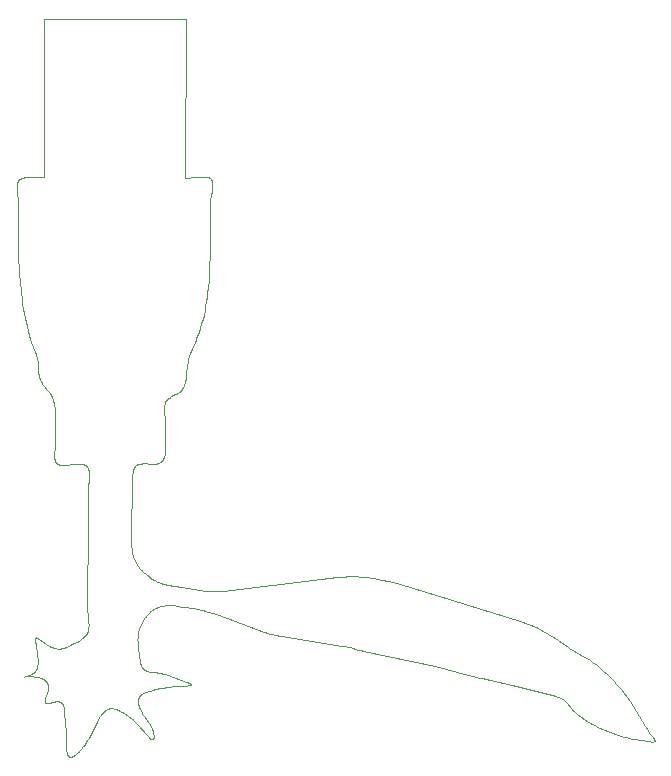
<source format=gm1>
G04 #@! TF.FileFunction,Profile,NP*
%FSLAX46Y46*%
G04 Gerber Fmt 4.6, Leading zero omitted, Abs format (unit mm)*
G04 Created by KiCad (PCBNEW 4.0.4-stable) date Wednesday, 02 '02e' November '02e' 2016, 22:28:03*
%MOMM*%
%LPD*%
G01*
G04 APERTURE LIST*
%ADD10C,0.100000*%
G04 APERTURE END LIST*
D10*
X2541812Y20228000D02*
X-9457745Y20228000D01*
X-9457745Y20228000D02*
X-9492890Y6852597D01*
X2506133Y6784051D02*
X2541812Y20228000D01*
X-135522Y-27288990D02*
X-297009Y-27185721D01*
X-297009Y-27185721D02*
X-457199Y-27079267D01*
X-457199Y-27079267D02*
X-614963Y-26968865D01*
X-614963Y-26968865D02*
X-769174Y-26853753D01*
X-769174Y-26853753D02*
X-844596Y-26794192D01*
X-844596Y-26794192D02*
X-918706Y-26733167D01*
X-918706Y-26733167D02*
X-991364Y-26670584D01*
X-991364Y-26670584D02*
X-1062430Y-26606346D01*
X-1062430Y-26606346D02*
X-1131762Y-26540359D01*
X-1131762Y-26540359D02*
X-1199220Y-26472526D01*
X-1199220Y-26472526D02*
X-1264661Y-26402753D01*
X-1264661Y-26402753D02*
X-1327947Y-26330945D01*
X-1327947Y-26330945D02*
X-1388951Y-26257039D01*
X-1388951Y-26257039D02*
X-1447616Y-26181106D01*
X-1447616Y-26181106D02*
X-1503898Y-26103252D01*
X-1503898Y-26103252D02*
X-1557754Y-26023582D01*
X-1557754Y-26023582D02*
X-1609143Y-25942200D01*
X-1609143Y-25942200D02*
X-1658022Y-25859211D01*
X-1658022Y-25859211D02*
X-1704348Y-25774719D01*
X-1704348Y-25774719D02*
X-1748078Y-25688831D01*
X-1748078Y-25688831D02*
X-1789170Y-25601650D01*
X-1789170Y-25601650D02*
X-1827581Y-25513281D01*
X-1827581Y-25513281D02*
X-1863269Y-25423829D01*
X-1863269Y-25423829D02*
X-1896191Y-25333400D01*
X-1896191Y-25333400D02*
X-1926304Y-25242097D01*
X-1926304Y-25242097D02*
X-1953567Y-25150026D01*
X-1953567Y-25150026D02*
X-1977935Y-25057291D01*
X-1977935Y-25057291D02*
X-1999367Y-24963998D01*
X-1999367Y-24963998D02*
X-2017861Y-24870239D01*
X-2017861Y-24870239D02*
X-2033578Y-24776061D01*
X-2033578Y-24776061D02*
X-2046717Y-24681498D01*
X-2046717Y-24681498D02*
X-2057482Y-24586584D01*
X-2057482Y-24586584D02*
X-2066072Y-24491356D01*
X-2066072Y-24491356D02*
X-2072689Y-24395846D01*
X-2072689Y-24395846D02*
X-2080811Y-24204123D01*
X-2080811Y-24204123D02*
X-2083455Y-24011690D01*
X-2083455Y-24011690D02*
X-2082231Y-23818827D01*
X-2082231Y-23818827D02*
X-1992379Y-18621893D01*
X-1992379Y-18621893D02*
X-1983077Y-18422619D01*
X-1983077Y-18422619D02*
X-1975688Y-18324994D01*
X-1975688Y-18324994D02*
X-1965796Y-18229504D01*
X-1965796Y-18229504D02*
X-1959753Y-18182745D01*
X-1959753Y-18182745D02*
X-1952895Y-18136743D01*
X-1952895Y-18136743D02*
X-1945157Y-18091572D01*
X-1945157Y-18091572D02*
X-1936476Y-18047306D01*
X-1936476Y-18047306D02*
X-1926789Y-18004020D01*
X-1926789Y-18004020D02*
X-1916033Y-17961788D01*
X-1916033Y-17961788D02*
X-1904143Y-17920685D01*
X-1904143Y-17920685D02*
X-1897754Y-17900579D01*
X-1897754Y-17900579D02*
X-1891057Y-17880784D01*
X-1891057Y-17880784D02*
X-1884045Y-17861308D01*
X-1884045Y-17861308D02*
X-1876711Y-17842160D01*
X-1876711Y-17842160D02*
X-1869046Y-17823351D01*
X-1869046Y-17823351D02*
X-1861042Y-17804888D01*
X-1861042Y-17804888D02*
X-1852691Y-17786782D01*
X-1852691Y-17786782D02*
X-1843985Y-17769042D01*
X-1843985Y-17769042D02*
X-1834917Y-17751677D01*
X-1834917Y-17751677D02*
X-1825479Y-17734696D01*
X-1825479Y-17734696D02*
X-1815662Y-17718109D01*
X-1815662Y-17718109D02*
X-1805459Y-17701925D01*
X-1805459Y-17701925D02*
X-1794861Y-17686153D01*
X-1794861Y-17686153D02*
X-1783861Y-17670802D01*
X-1783861Y-17670802D02*
X-1772452Y-17655883D01*
X-1772452Y-17655883D02*
X-1760624Y-17641403D01*
X-1760624Y-17641403D02*
X-1748370Y-17627373D01*
X-1748370Y-17627373D02*
X-1735682Y-17613802D01*
X-1735682Y-17613802D02*
X-1729173Y-17607191D01*
X-1729173Y-17607191D02*
X-1722552Y-17600698D01*
X-1722552Y-17600698D02*
X-1715819Y-17594325D01*
X-1715819Y-17594325D02*
X-1708972Y-17588072D01*
X-1708972Y-17588072D02*
X-1702011Y-17581941D01*
X-1702011Y-17581941D02*
X-1694935Y-17575933D01*
X-1694935Y-17575933D02*
X-1687742Y-17570048D01*
X-1687742Y-17570048D02*
X-1680432Y-17564289D01*
X-1680432Y-17564289D02*
X-1673004Y-17558656D01*
X-1673004Y-17558656D02*
X-1665456Y-17553151D01*
X-1665456Y-17553151D02*
X-1657787Y-17547774D01*
X-1657787Y-17547774D02*
X-1649998Y-17542527D01*
X-1649998Y-17542527D02*
X-1642085Y-17537411D01*
X-1642085Y-17537411D02*
X-1634050Y-17532426D01*
X-1634050Y-17532426D02*
X-1625890Y-17527576D01*
X-1625890Y-17527576D02*
X-1617605Y-17522859D01*
X-1617605Y-17522859D02*
X-1609194Y-17518278D01*
X-1609194Y-17518278D02*
X-1600659Y-17513831D01*
X-1600659Y-17513831D02*
X-1592000Y-17509516D01*
X-1592000Y-17509516D02*
X-1583220Y-17505331D01*
X-1583220Y-17505331D02*
X-1565301Y-17497347D01*
X-1565301Y-17497347D02*
X-1546917Y-17489865D01*
X-1546917Y-17489865D02*
X-1528079Y-17482872D01*
X-1528079Y-17482872D02*
X-1508802Y-17476354D01*
X-1508802Y-17476354D02*
X-1489097Y-17470298D01*
X-1489097Y-17470298D02*
X-1468978Y-17464690D01*
X-1468978Y-17464690D02*
X-1448458Y-17459517D01*
X-1448458Y-17459517D02*
X-1427550Y-17454766D01*
X-1427550Y-17454766D02*
X-1406267Y-17450423D01*
X-1406267Y-17450423D02*
X-1384622Y-17446476D01*
X-1384622Y-17446476D02*
X-1362627Y-17442909D01*
X-1362627Y-17442909D02*
X-1340297Y-17439710D01*
X-1340297Y-17439710D02*
X-1294682Y-17434364D01*
X-1294682Y-17434364D02*
X-1247879Y-17430328D01*
X-1247879Y-17430328D02*
X-1199993Y-17427496D01*
X-1199993Y-17427496D02*
X-1151128Y-17425760D01*
X-1151128Y-17425760D02*
X-1101388Y-17425013D01*
X-1101388Y-17425013D02*
X-999701Y-17426058D01*
X-999701Y-17426058D02*
X-371556Y-17458322D01*
X-371556Y-17458322D02*
X-271644Y-17460020D01*
X-271644Y-17460020D02*
X-222981Y-17459670D01*
X-222981Y-17459670D02*
X-175320Y-17458377D01*
X-175320Y-17458377D02*
X-128765Y-17456035D01*
X-128765Y-17456035D02*
X-83419Y-17452536D01*
X-83419Y-17452536D02*
X-39368Y-17447792D01*
X-39368Y-17447792D02*
X3380Y-17441794D01*
X3380Y-17441794D02*
X44836Y-17434550D01*
X44836Y-17434550D02*
X65084Y-17430464D01*
X65084Y-17430464D02*
X85013Y-17426070D01*
X85013Y-17426070D02*
X104625Y-17421370D01*
X104625Y-17421370D02*
X123922Y-17416364D01*
X123922Y-17416364D02*
X142904Y-17411054D01*
X142904Y-17411054D02*
X161573Y-17405442D01*
X161573Y-17405442D02*
X179931Y-17399527D01*
X179931Y-17399527D02*
X197979Y-17393312D01*
X197979Y-17393312D02*
X215718Y-17386797D01*
X215718Y-17386797D02*
X233150Y-17379984D01*
X233150Y-17379984D02*
X250277Y-17372875D01*
X250277Y-17372875D02*
X267099Y-17365469D01*
X267099Y-17365469D02*
X283618Y-17357769D01*
X283618Y-17357769D02*
X299836Y-17349775D01*
X299836Y-17349775D02*
X315754Y-17341489D01*
X315754Y-17341489D02*
X331373Y-17332912D01*
X331373Y-17332912D02*
X346696Y-17324045D01*
X346696Y-17324045D02*
X361722Y-17314889D01*
X361722Y-17314889D02*
X376454Y-17305446D01*
X376454Y-17305446D02*
X390894Y-17295717D01*
X390894Y-17295717D02*
X405042Y-17285702D01*
X405042Y-17285702D02*
X418899Y-17275404D01*
X418899Y-17275404D02*
X432469Y-17264823D01*
X432469Y-17264823D02*
X445751Y-17253960D01*
X445751Y-17253960D02*
X458747Y-17242817D01*
X458747Y-17242817D02*
X471459Y-17231395D01*
X471459Y-17231395D02*
X483889Y-17219694D01*
X483889Y-17219694D02*
X496036Y-17207717D01*
X496036Y-17207717D02*
X507904Y-17195465D01*
X507904Y-17195465D02*
X519493Y-17182938D01*
X519493Y-17182938D02*
X530805Y-17170138D01*
X530805Y-17170138D02*
X541841Y-17157066D01*
X541841Y-17157066D02*
X552603Y-17143723D01*
X552603Y-17143723D02*
X563092Y-17130110D01*
X563092Y-17130110D02*
X573310Y-17116229D01*
X573310Y-17116229D02*
X583257Y-17102080D01*
X583257Y-17102080D02*
X592936Y-17087666D01*
X592936Y-17087666D02*
X602348Y-17072987D01*
X602348Y-17072987D02*
X611494Y-17058044D01*
X611494Y-17058044D02*
X620376Y-17042838D01*
X620376Y-17042838D02*
X628994Y-17027372D01*
X628994Y-17027372D02*
X637352Y-17011645D01*
X637352Y-17011645D02*
X645449Y-16995659D01*
X645449Y-16995659D02*
X653287Y-16979416D01*
X653287Y-16979416D02*
X660869Y-16962916D01*
X660869Y-16962916D02*
X668194Y-16946160D01*
X668194Y-16946160D02*
X675265Y-16929151D01*
X675265Y-16929151D02*
X682084Y-16911888D01*
X682084Y-16911888D02*
X694967Y-16876609D01*
X694967Y-16876609D02*
X706856Y-16840333D01*
X706856Y-16840333D02*
X717762Y-16803068D01*
X717762Y-16803068D02*
X727696Y-16764825D01*
X727696Y-16764825D02*
X736670Y-16725613D01*
X736670Y-16725613D02*
X744700Y-16685447D01*
X744700Y-16685447D02*
X751822Y-16644362D01*
X751822Y-16644362D02*
X758077Y-16602400D01*
X758077Y-16602400D02*
X763507Y-16559603D01*
X763507Y-16559603D02*
X768152Y-16516009D01*
X768152Y-16516009D02*
X772054Y-16471662D01*
X772054Y-16471662D02*
X777792Y-16380871D01*
X777792Y-16380871D02*
X781050Y-16287557D01*
X781050Y-16287557D02*
X782156Y-16192048D01*
X782156Y-16192048D02*
X747256Y-15188619D01*
X747256Y-15188619D02*
X746621Y-14993768D01*
X746621Y-14993768D02*
X770713Y-14047577D01*
X770713Y-14047577D02*
X768841Y-13852496D01*
X768841Y-13852496D02*
X760690Y-13651650D01*
X760690Y-13651650D02*
X712297Y-13023354D01*
X712297Y-13023354D02*
X707024Y-12919675D01*
X707024Y-12919675D02*
X704273Y-12817613D01*
X704273Y-12817613D02*
X704046Y-12767344D01*
X704046Y-12767344D02*
X704691Y-12717664D01*
X704691Y-12717664D02*
X706289Y-12668637D01*
X706289Y-12668637D02*
X708923Y-12620323D01*
X708923Y-12620323D02*
X712671Y-12572786D01*
X712671Y-12572786D02*
X717616Y-12526086D01*
X717616Y-12526086D02*
X723837Y-12480286D01*
X723837Y-12480286D02*
X731416Y-12435448D01*
X731416Y-12435448D02*
X735740Y-12413409D01*
X735740Y-12413409D02*
X740434Y-12391633D01*
X740434Y-12391633D02*
X745507Y-12370129D01*
X745507Y-12370129D02*
X750971Y-12348904D01*
X750971Y-12348904D02*
X756834Y-12327966D01*
X756834Y-12327966D02*
X763108Y-12307322D01*
X763108Y-12307322D02*
X769801Y-12286981D01*
X769801Y-12286981D02*
X776925Y-12266950D01*
X776925Y-12266950D02*
X784490Y-12247237D01*
X784490Y-12247237D02*
X792505Y-12227849D01*
X792505Y-12227849D02*
X800981Y-12208795D01*
X800981Y-12208795D02*
X809927Y-12190081D01*
X809927Y-12190081D02*
X819354Y-12171717D01*
X819354Y-12171717D02*
X829273Y-12153709D01*
X829273Y-12153709D02*
X839692Y-12136065D01*
X839692Y-12136065D02*
X850622Y-12118793D01*
X850622Y-12118793D02*
X862070Y-12101898D01*
X862070Y-12101898D02*
X874025Y-12085371D01*
X874025Y-12085371D02*
X886474Y-12069202D01*
X886474Y-12069202D02*
X899405Y-12053380D01*
X899405Y-12053380D02*
X912802Y-12037893D01*
X912802Y-12037893D02*
X926652Y-12022731D01*
X926652Y-12022731D02*
X940943Y-12007882D01*
X940943Y-12007882D02*
X955660Y-11993336D01*
X955660Y-11993336D02*
X970790Y-11979081D01*
X970790Y-11979081D02*
X986319Y-11965106D01*
X986319Y-11965106D02*
X1002235Y-11951400D01*
X1002235Y-11951400D02*
X1018522Y-11937953D01*
X1018522Y-11937953D02*
X1035168Y-11924752D01*
X1035168Y-11924752D02*
X1052159Y-11911788D01*
X1052159Y-11911788D02*
X1087124Y-11886523D01*
X1087124Y-11886523D02*
X1123306Y-11862070D01*
X1123306Y-11862070D02*
X1160598Y-11838341D01*
X1160598Y-11838341D02*
X1198892Y-11815245D01*
X1198892Y-11815245D02*
X1238080Y-11792696D01*
X1238080Y-11792696D02*
X1318701Y-11748884D01*
X1318701Y-11748884D02*
X1655250Y-11577800D01*
X1655250Y-11577800D02*
X1738570Y-11532534D01*
X1738570Y-11532534D02*
X1779512Y-11509040D01*
X1779512Y-11509040D02*
X1819830Y-11484855D01*
X1819830Y-11484855D02*
X1859417Y-11459889D01*
X1859417Y-11459889D02*
X1898164Y-11434055D01*
X1898164Y-11434055D02*
X1935962Y-11407264D01*
X1935962Y-11407264D02*
X1972704Y-11379427D01*
X1972704Y-11379427D02*
X1990644Y-11365090D01*
X1990644Y-11365090D02*
X2008280Y-11350457D01*
X2008280Y-11350457D02*
X2025598Y-11335519D01*
X2025598Y-11335519D02*
X2042584Y-11320265D01*
X2042584Y-11320265D02*
X2059227Y-11304685D01*
X2059227Y-11304685D02*
X2075529Y-11288784D01*
X2075529Y-11288784D02*
X2091493Y-11272567D01*
X2091493Y-11272567D02*
X2107124Y-11256040D01*
X2107124Y-11256040D02*
X2122425Y-11239208D01*
X2122425Y-11239208D02*
X2137401Y-11222078D01*
X2137401Y-11222078D02*
X2152055Y-11204655D01*
X2152055Y-11204655D02*
X2166392Y-11186946D01*
X2166392Y-11186946D02*
X2180415Y-11168956D01*
X2180415Y-11168956D02*
X2194129Y-11150690D01*
X2194129Y-11150690D02*
X2220643Y-11113358D01*
X2220643Y-11113358D02*
X2245967Y-11074995D01*
X2245967Y-11074995D02*
X2270132Y-11035649D01*
X2270132Y-11035649D02*
X2293171Y-10995367D01*
X2293171Y-10995367D02*
X2315114Y-10954195D01*
X2315114Y-10954195D02*
X2335994Y-10912179D01*
X2335994Y-10912179D02*
X2355843Y-10869368D01*
X2355843Y-10869368D02*
X2374693Y-10825806D01*
X2374693Y-10825806D02*
X2392575Y-10781543D01*
X2392575Y-10781543D02*
X2409521Y-10736623D01*
X2409521Y-10736623D02*
X2425564Y-10691094D01*
X2425564Y-10691094D02*
X2440734Y-10645002D01*
X2440734Y-10645002D02*
X2455064Y-10598395D01*
X2455064Y-10598395D02*
X2468586Y-10551318D01*
X2468586Y-10551318D02*
X2481332Y-10503820D01*
X2481332Y-10503820D02*
X2504621Y-10407743D01*
X2504621Y-10407743D02*
X2525186Y-10310539D01*
X2525186Y-10310539D02*
X2543283Y-10212581D01*
X2543283Y-10212581D02*
X2559166Y-10114244D01*
X2559166Y-10114244D02*
X2585310Y-9917928D01*
X2585310Y-9917928D02*
X2673673Y-8973448D01*
X2673673Y-8973448D02*
X2685235Y-8881936D01*
X2685235Y-8881936D02*
X2698403Y-8790839D01*
X2698403Y-8790839D02*
X2713455Y-8700127D01*
X2713455Y-8700127D02*
X2730670Y-8609770D01*
X2730670Y-8609770D02*
X2750325Y-8519737D01*
X2750325Y-8519737D02*
X2772698Y-8430000D01*
X2772698Y-8430000D02*
X2797978Y-8340528D01*
X2797978Y-8340528D02*
X2825993Y-8251291D01*
X2825993Y-8251291D02*
X2856482Y-8162259D01*
X2856482Y-8162259D02*
X2889187Y-8073400D01*
X2889187Y-8073400D02*
X2960198Y-7896084D01*
X2960198Y-7896084D02*
X3359587Y-7009617D01*
X3359587Y-7009617D02*
X3434157Y-6830689D01*
X3434157Y-6830689D02*
X3504417Y-6650903D01*
X3504417Y-6650903D02*
X3570737Y-6470285D01*
X3570737Y-6470285D02*
X3633491Y-6288862D01*
X3633491Y-6288862D02*
X3749789Y-5923706D01*
X3749789Y-5923706D02*
X3856288Y-5555645D01*
X3856288Y-5555645D02*
X3955343Y-5184899D01*
X3955343Y-5184899D02*
X4046808Y-4811723D01*
X4046808Y-4811723D02*
X4129913Y-4436380D01*
X4129913Y-4436380D02*
X4203889Y-4059135D01*
X4203889Y-4059135D02*
X4268269Y-3680257D01*
X4268269Y-3680257D02*
X4323798Y-3300033D01*
X4323798Y-3300033D02*
X4371527Y-2918757D01*
X4371527Y-2918757D02*
X4412504Y-2536723D01*
X4412504Y-2536723D02*
X4477840Y-1771191D01*
X4477840Y-1771191D02*
X4525394Y-1003992D01*
X4525394Y-1003992D02*
X4581514Y531966D01*
X4581514Y531966D02*
X4624292Y3229099D01*
X4624292Y3229099D02*
X4597581Y4344955D01*
X4597581Y4344955D02*
X4597248Y4534943D01*
X4597248Y4534943D02*
X4602233Y4730176D01*
X4602233Y4730176D02*
X4607219Y4830255D01*
X4607219Y4830255D02*
X4614135Y4932240D01*
X4614135Y4932240D02*
X4623181Y5036329D01*
X4623181Y5036329D02*
X4634557Y5142719D01*
X4634557Y5142719D02*
X4728786Y5806750D01*
X4728786Y5806750D02*
X4741991Y5914957D01*
X4741991Y5914957D02*
X4752486Y6020489D01*
X4752486Y6020489D02*
X4759522Y6122606D01*
X4759522Y6122606D02*
X4761509Y6172152D01*
X4761509Y6172152D02*
X4762350Y6220567D01*
X4762350Y6220567D02*
X4761953Y6267759D01*
X4761953Y6267759D02*
X4760223Y6313635D01*
X4760223Y6313635D02*
X4758829Y6336051D01*
X4758829Y6336051D02*
X4757066Y6358103D01*
X4757066Y6358103D02*
X4754924Y6379779D01*
X4754924Y6379779D02*
X4752390Y6401069D01*
X4752390Y6401069D02*
X4749453Y6421961D01*
X4749453Y6421961D02*
X4746101Y6442443D01*
X4746101Y6442443D02*
X4742322Y6462503D01*
X4742322Y6462503D02*
X4738104Y6482131D01*
X4738104Y6482131D02*
X4733437Y6501313D01*
X4733437Y6501313D02*
X4728308Y6520040D01*
X4728308Y6520040D02*
X4722705Y6538299D01*
X4722705Y6538299D02*
X4716617Y6556079D01*
X4716617Y6556079D02*
X4713387Y6564786D01*
X4713387Y6564786D02*
X4710032Y6573369D01*
X4710032Y6573369D02*
X4706549Y6581826D01*
X4706549Y6581826D02*
X4702938Y6590156D01*
X4702938Y6590156D02*
X4699197Y6598357D01*
X4699197Y6598357D02*
X4695324Y6606429D01*
X4695324Y6606429D02*
X4691318Y6614369D01*
X4691318Y6614369D02*
X4687178Y6622176D01*
X4687178Y6622176D02*
X4682902Y6629850D01*
X4682902Y6629850D02*
X4678489Y6637387D01*
X4678489Y6637387D02*
X4673936Y6644788D01*
X4673936Y6644788D02*
X4669244Y6652049D01*
X4669244Y6652049D02*
X4664409Y6659171D01*
X4664409Y6659171D02*
X4659432Y6666152D01*
X4659432Y6666152D02*
X4654309Y6672989D01*
X4654309Y6672989D02*
X4649041Y6679682D01*
X4649041Y6679682D02*
X4643625Y6686230D01*
X4643625Y6686230D02*
X4638063Y6692633D01*
X4638063Y6692633D02*
X4632356Y6698894D01*
X4632356Y6698894D02*
X4626506Y6705012D01*
X4626506Y6705012D02*
X4620513Y6710990D01*
X4620513Y6710990D02*
X4614380Y6716829D01*
X4614380Y6716829D02*
X4608108Y6722531D01*
X4608108Y6722531D02*
X4601697Y6728096D01*
X4601697Y6728096D02*
X4595150Y6733526D01*
X4595150Y6733526D02*
X4588467Y6738822D01*
X4588467Y6738822D02*
X4581650Y6743987D01*
X4581650Y6743987D02*
X4574701Y6749020D01*
X4574701Y6749020D02*
X4567621Y6753924D01*
X4567621Y6753924D02*
X4560411Y6758699D01*
X4560411Y6758699D02*
X4553072Y6763348D01*
X4553072Y6763348D02*
X4545606Y6767871D01*
X4545606Y6767871D02*
X4538015Y6772270D01*
X4538015Y6772270D02*
X4530299Y6776546D01*
X4530299Y6776546D02*
X4522460Y6780701D01*
X4522460Y6780701D02*
X4514500Y6784735D01*
X4514500Y6784735D02*
X4498219Y6792449D01*
X4498219Y6792449D02*
X4481469Y6799699D01*
X4481469Y6799699D02*
X4464260Y6806496D01*
X4464260Y6806496D02*
X4446602Y6812850D01*
X4446602Y6812850D02*
X4428507Y6818772D01*
X4428507Y6818772D02*
X4409986Y6824273D01*
X4409986Y6824273D02*
X4391050Y6829364D01*
X4391050Y6829364D02*
X4371709Y6834056D01*
X4371709Y6834056D02*
X4351975Y6838359D01*
X4351975Y6838359D02*
X4331859Y6842285D01*
X4331859Y6842285D02*
X4311371Y6845843D01*
X4311371Y6845843D02*
X4290522Y6849045D01*
X4290522Y6849045D02*
X4247787Y6854425D01*
X4247787Y6854425D02*
X4203741Y6858510D01*
X4203741Y6858510D02*
X4158471Y6861388D01*
X4158471Y6861388D02*
X4112066Y6863143D01*
X4112066Y6863143D02*
X4064613Y6863863D01*
X4064613Y6863863D02*
X3966913Y6862545D01*
X3966913Y6862545D02*
X3866072Y6858124D01*
X3866072Y6858124D02*
X3234293Y6805201D01*
X3234293Y6805201D02*
X3029215Y6793006D01*
X3029215Y6793006D02*
X2830072Y6786674D01*
X2830072Y6786674D02*
X2506133Y6784051D01*
X-9492890Y6852597D02*
X-10224723Y6856669D01*
X-10224723Y6856669D02*
X-10598920Y6847797D01*
X-10598920Y6847797D02*
X-10780575Y6837922D01*
X-10780575Y6837922D02*
X-10869153Y6830737D01*
X-10869153Y6830737D02*
X-10955744Y6821565D01*
X-10955744Y6821565D02*
X-11039981Y6810041D01*
X-11039981Y6810041D02*
X-11081102Y6803282D01*
X-11081102Y6803282D02*
X-11121497Y6795798D01*
X-11121497Y6795798D02*
X-11161121Y6787542D01*
X-11161121Y6787542D02*
X-11199927Y6778469D01*
X-11199927Y6778469D02*
X-11237869Y6768533D01*
X-11237869Y6768533D02*
X-11274903Y6757688D01*
X-11274903Y6757688D02*
X-11310982Y6745889D01*
X-11310982Y6745889D02*
X-11328649Y6739617D01*
X-11328649Y6739617D02*
X-11346060Y6733090D01*
X-11346060Y6733090D02*
X-11363209Y6726301D01*
X-11363209Y6726301D02*
X-11380091Y6719244D01*
X-11380091Y6719244D02*
X-11396700Y6711915D01*
X-11396700Y6711915D02*
X-11413030Y6704307D01*
X-11413030Y6704307D02*
X-11429076Y6696414D01*
X-11429076Y6696414D02*
X-11444831Y6688232D01*
X-11444831Y6688232D02*
X-11460290Y6679753D01*
X-11460290Y6679753D02*
X-11475448Y6670973D01*
X-11475448Y6670973D02*
X-11490298Y6661886D01*
X-11490298Y6661886D02*
X-11504835Y6652485D01*
X-11504835Y6652485D02*
X-11519054Y6642766D01*
X-11519054Y6642766D02*
X-11532947Y6632723D01*
X-11532947Y6632723D02*
X-11546511Y6622349D01*
X-11546511Y6622349D02*
X-11559738Y6611639D01*
X-11559738Y6611639D02*
X-11572623Y6600588D01*
X-11572623Y6600588D02*
X-11585161Y6589189D01*
X-11585161Y6589189D02*
X-11597346Y6577437D01*
X-11597346Y6577437D02*
X-11609172Y6565326D01*
X-11609172Y6565326D02*
X-11620633Y6552851D01*
X-11620633Y6552851D02*
X-11631724Y6540006D01*
X-11631724Y6540006D02*
X-11642438Y6526784D01*
X-11642438Y6526784D02*
X-11652771Y6513181D01*
X-11652771Y6513181D02*
X-11662716Y6499191D01*
X-11662716Y6499191D02*
X-11672268Y6484807D01*
X-11672268Y6484807D02*
X-11681421Y6470024D01*
X-11681421Y6470024D02*
X-11690169Y6454837D01*
X-11690169Y6454837D02*
X-11698506Y6439239D01*
X-11698506Y6439239D02*
X-11706428Y6423226D01*
X-11706428Y6423226D02*
X-11713929Y6406793D01*
X-11713929Y6406793D02*
X-11721018Y6389946D01*
X-11721018Y6389946D02*
X-11727701Y6372694D01*
X-11727701Y6372694D02*
X-11733987Y6355046D01*
X-11733987Y6355046D02*
X-11739884Y6337010D01*
X-11739884Y6337010D02*
X-11745402Y6318593D01*
X-11745402Y6318593D02*
X-11750547Y6299805D01*
X-11750547Y6299805D02*
X-11755330Y6280653D01*
X-11755330Y6280653D02*
X-11759757Y6261147D01*
X-11759757Y6261147D02*
X-11763837Y6241294D01*
X-11763837Y6241294D02*
X-11767579Y6221102D01*
X-11767579Y6221102D02*
X-11770991Y6200581D01*
X-11770991Y6200581D02*
X-11776859Y6158583D01*
X-11776859Y6158583D02*
X-11781506Y6115365D01*
X-11781506Y6115365D02*
X-11785000Y6070996D01*
X-11785000Y6070996D02*
X-11787409Y6025540D01*
X-11787409Y6025540D02*
X-11788797Y5979066D01*
X-11788797Y5979066D02*
X-11789234Y5931641D01*
X-11789234Y5931641D02*
X-11787516Y5834202D01*
X-11787516Y5834202D02*
X-11782791Y5733757D01*
X-11782791Y5733757D02*
X-11766454Y5525994D01*
X-11766454Y5525994D02*
X-11700860Y4886205D01*
X-11700860Y4886205D02*
X-11686822Y4680799D01*
X-11686822Y4680799D02*
X-11678867Y4481480D01*
X-11678867Y4481480D02*
X-11675858Y4287102D01*
X-11675858Y4287102D02*
X-11698847Y2586342D01*
X-11698847Y2586342D02*
X-11657650Y275478D01*
X-11657650Y275478D02*
X-11585323Y-1259784D01*
X-11585323Y-1259784D02*
X-11528141Y-2026253D01*
X-11528141Y-2026253D02*
X-11454113Y-2791073D01*
X-11454113Y-2791073D02*
X-11360134Y-3553856D01*
X-11360134Y-3553856D02*
X-11304345Y-3934046D01*
X-11304345Y-3934046D02*
X-11241928Y-4313145D01*
X-11241928Y-4313145D02*
X-11172485Y-4690980D01*
X-11172485Y-4690980D02*
X-11096307Y-5067533D01*
X-11096307Y-5067533D02*
X-10925596Y-5816895D01*
X-10925596Y-5816895D02*
X-10831475Y-6189586D01*
X-10831475Y-6189586D02*
X-10729380Y-6560097D01*
X-10729380Y-6560097D02*
X-10616682Y-6927455D01*
X-10616682Y-6927455D02*
X-10555535Y-7109649D01*
X-10555535Y-7109649D02*
X-10215410Y-8009491D01*
X-10215410Y-8009491D02*
X-10152992Y-8191139D01*
X-10152992Y-8191139D02*
X-10124243Y-8282726D01*
X-10124243Y-8282726D02*
X-10097496Y-8374936D01*
X-10097496Y-8374936D02*
X-10073024Y-8467853D01*
X-10073024Y-8467853D02*
X-10051099Y-8561565D01*
X-10051099Y-8561565D02*
X-10031994Y-8656155D01*
X-10031994Y-8656155D02*
X-10015980Y-8751711D01*
X-10015980Y-8751711D02*
X-10003188Y-8848265D01*
X-10003188Y-8848265D02*
X-9993190Y-8945647D01*
X-9993190Y-8945647D02*
X-9953436Y-9631786D01*
X-9953436Y-9631786D02*
X-9945225Y-9727771D01*
X-9945225Y-9727771D02*
X-9934669Y-9822579D01*
X-9934669Y-9822579D02*
X-9928332Y-9869472D01*
X-9928332Y-9869472D02*
X-9921196Y-9915987D01*
X-9921196Y-9915987D02*
X-9913187Y-9962097D01*
X-9913187Y-9962097D02*
X-9904235Y-10007773D01*
X-9904235Y-10007773D02*
X-9894269Y-10052988D01*
X-9894269Y-10052988D02*
X-9883216Y-10097713D01*
X-9883216Y-10097713D02*
X-9871006Y-10141922D01*
X-9871006Y-10141922D02*
X-9857568Y-10185586D01*
X-9857568Y-10185586D02*
X-9842829Y-10228677D01*
X-9842829Y-10228677D02*
X-9826719Y-10271168D01*
X-9826719Y-10271168D02*
X-9809191Y-10313041D01*
X-9809191Y-10313041D02*
X-9790294Y-10354319D01*
X-9790294Y-10354319D02*
X-9770102Y-10395038D01*
X-9770102Y-10395038D02*
X-9748691Y-10435232D01*
X-9748691Y-10435232D02*
X-9726133Y-10474934D01*
X-9726133Y-10474934D02*
X-9702504Y-10514179D01*
X-9702504Y-10514179D02*
X-9677877Y-10553001D01*
X-9677877Y-10553001D02*
X-9652327Y-10591434D01*
X-9652327Y-10591434D02*
X-9625928Y-10629514D01*
X-9625928Y-10629514D02*
X-9598754Y-10667273D01*
X-9598754Y-10667273D02*
X-9542378Y-10741969D01*
X-9542378Y-10741969D02*
X-9119142Y-11255867D01*
X-9119142Y-11255867D02*
X-9061718Y-11331288D01*
X-9061718Y-11331288D02*
X-9006834Y-11408033D01*
X-9006834Y-11408033D02*
X-8980531Y-11446988D01*
X-8980531Y-11446988D02*
X-8955085Y-11486376D01*
X-8955085Y-11486376D02*
X-8930556Y-11526225D01*
X-8930556Y-11526225D02*
X-8906943Y-11566529D01*
X-8906943Y-11566529D02*
X-8884228Y-11607276D01*
X-8884228Y-11607276D02*
X-8862395Y-11648453D01*
X-8862395Y-11648453D02*
X-8841428Y-11690046D01*
X-8841428Y-11690046D02*
X-8821309Y-11732044D01*
X-8821309Y-11732044D02*
X-8802022Y-11774434D01*
X-8802022Y-11774434D02*
X-8783551Y-11817202D01*
X-8783551Y-11817202D02*
X-8765878Y-11860337D01*
X-8765878Y-11860337D02*
X-8748988Y-11903825D01*
X-8748988Y-11903825D02*
X-8717486Y-11991810D01*
X-8717486Y-11991810D02*
X-8688913Y-12081056D01*
X-8688913Y-12081056D02*
X-8663134Y-12171461D01*
X-8663134Y-12171461D02*
X-8640017Y-12262922D01*
X-8640017Y-12262922D02*
X-8619429Y-12355339D01*
X-8619429Y-12355339D02*
X-8601235Y-12448608D01*
X-8601235Y-12448608D02*
X-8585303Y-12542628D01*
X-8585303Y-12542628D02*
X-8571500Y-12637297D01*
X-8571500Y-12637297D02*
X-8559691Y-12732513D01*
X-8559691Y-12732513D02*
X-8549745Y-12828174D01*
X-8549745Y-12828174D02*
X-8541527Y-12924178D01*
X-8541527Y-12924178D02*
X-8529723Y-13116882D01*
X-8529723Y-13116882D02*
X-8523114Y-13310172D01*
X-8523114Y-13310172D02*
X-8506790Y-15399156D01*
X-8506790Y-15399156D02*
X-8508401Y-15593455D01*
X-8508401Y-15593455D02*
X-8514978Y-15792708D01*
X-8514978Y-15792708D02*
X-8527867Y-15998084D01*
X-8527867Y-15998084D02*
X-8585897Y-16631979D01*
X-8585897Y-16631979D02*
X-8591353Y-16733306D01*
X-8591353Y-16733306D02*
X-8593686Y-16831517D01*
X-8593686Y-16831517D02*
X-8593456Y-16879233D01*
X-8593456Y-16879233D02*
X-8592176Y-16925905D01*
X-8592176Y-16925905D02*
X-8589755Y-16971446D01*
X-8589755Y-16971446D02*
X-8586103Y-17015766D01*
X-8586103Y-17015766D02*
X-8583787Y-17037441D01*
X-8583787Y-17037441D02*
X-8581130Y-17058778D01*
X-8581130Y-17058778D02*
X-8578120Y-17079766D01*
X-8578120Y-17079766D02*
X-8574747Y-17100394D01*
X-8574747Y-17100394D02*
X-8570998Y-17120650D01*
X-8570998Y-17120650D02*
X-8566863Y-17140524D01*
X-8566863Y-17140524D02*
X-8562330Y-17160005D01*
X-8562330Y-17160005D02*
X-8557389Y-17179082D01*
X-8557389Y-17179082D02*
X-8552027Y-17197743D01*
X-8552027Y-17197743D02*
X-8546234Y-17215978D01*
X-8546234Y-17215978D02*
X-8539998Y-17233776D01*
X-8539998Y-17233776D02*
X-8533308Y-17251125D01*
X-8533308Y-17251125D02*
X-8526154Y-17268015D01*
X-8526154Y-17268015D02*
X-8522398Y-17276284D01*
X-8522398Y-17276284D02*
X-8518523Y-17284434D01*
X-8518523Y-17284434D02*
X-8514525Y-17292464D01*
X-8514525Y-17292464D02*
X-8510404Y-17300372D01*
X-8510404Y-17300372D02*
X-8506158Y-17308157D01*
X-8506158Y-17308157D02*
X-8501786Y-17315818D01*
X-8501786Y-17315818D02*
X-8497287Y-17323352D01*
X-8497287Y-17323352D02*
X-8492659Y-17330760D01*
X-8492659Y-17330760D02*
X-8487900Y-17338039D01*
X-8487900Y-17338039D02*
X-8483010Y-17345187D01*
X-8483010Y-17345187D02*
X-8477986Y-17352205D01*
X-8477986Y-17352205D02*
X-8472828Y-17359089D01*
X-8472828Y-17359089D02*
X-8467534Y-17365840D01*
X-8467534Y-17365840D02*
X-8462103Y-17372454D01*
X-8462103Y-17372454D02*
X-8456533Y-17378932D01*
X-8456533Y-17378932D02*
X-8450823Y-17385272D01*
X-8450823Y-17385272D02*
X-8444971Y-17391472D01*
X-8444971Y-17391472D02*
X-8438976Y-17397531D01*
X-8438976Y-17397531D02*
X-8432837Y-17403448D01*
X-8432837Y-17403448D02*
X-8426552Y-17409221D01*
X-8426552Y-17409221D02*
X-8420119Y-17414848D01*
X-8420119Y-17414848D02*
X-8413539Y-17420329D01*
X-8413539Y-17420329D02*
X-8406808Y-17425663D01*
X-8406808Y-17425663D02*
X-8399929Y-17430850D01*
X-8399929Y-17430850D02*
X-8392904Y-17435893D01*
X-8392904Y-17435893D02*
X-8385733Y-17440792D01*
X-8385733Y-17440792D02*
X-8378418Y-17445549D01*
X-8378418Y-17445549D02*
X-8370961Y-17450166D01*
X-8370961Y-17450166D02*
X-8363363Y-17454644D01*
X-8363363Y-17454644D02*
X-8355626Y-17458985D01*
X-8355626Y-17458985D02*
X-8347752Y-17463191D01*
X-8347752Y-17463191D02*
X-8339741Y-17467262D01*
X-8339741Y-17467262D02*
X-8331596Y-17471201D01*
X-8331596Y-17471201D02*
X-8323318Y-17475008D01*
X-8323318Y-17475008D02*
X-8314909Y-17478687D01*
X-8314909Y-17478687D02*
X-8306370Y-17482237D01*
X-8306370Y-17482237D02*
X-8288909Y-17488959D01*
X-8288909Y-17488959D02*
X-8270948Y-17495188D01*
X-8270948Y-17495188D02*
X-8252498Y-17500936D01*
X-8252498Y-17500936D02*
X-8233573Y-17506215D01*
X-8233573Y-17506215D02*
X-8214185Y-17511037D01*
X-8214185Y-17511037D02*
X-8194347Y-17515415D01*
X-8194347Y-17515415D02*
X-8174070Y-17519360D01*
X-8174070Y-17519360D02*
X-8153367Y-17522886D01*
X-8153367Y-17522886D02*
X-8132251Y-17526004D01*
X-8132251Y-17526004D02*
X-8110734Y-17528727D01*
X-8110734Y-17528727D02*
X-8088828Y-17531067D01*
X-8088828Y-17531067D02*
X-8043902Y-17534646D01*
X-8043902Y-17534646D02*
X-7997571Y-17536841D01*
X-7997571Y-17536841D02*
X-7949936Y-17537749D01*
X-7949936Y-17537749D02*
X-7901095Y-17537468D01*
X-7901095Y-17537468D02*
X-7851149Y-17536098D01*
X-7851149Y-17536098D02*
X-7748339Y-17530478D01*
X-7748339Y-17530478D02*
X-7642301Y-17521676D01*
X-7642301Y-17521676D02*
X-6982918Y-17446020D01*
X-6982918Y-17446020D02*
X-6876597Y-17436936D01*
X-6876597Y-17436936D02*
X-6773324Y-17430856D01*
X-6773324Y-17430856D02*
X-6673396Y-17428075D01*
X-6673396Y-17428075D02*
X-6624749Y-17427983D01*
X-6624749Y-17427983D02*
X-6577014Y-17428790D01*
X-6577014Y-17428790D02*
X-6530215Y-17430520D01*
X-6530215Y-17430520D02*
X-6484378Y-17433198D01*
X-6484378Y-17433198D02*
X-6439527Y-17436848D01*
X-6439527Y-17436848D02*
X-6395687Y-17441496D01*
X-6395687Y-17441496D02*
X-6352884Y-17447165D01*
X-6352884Y-17447165D02*
X-6311142Y-17453881D01*
X-6311142Y-17453881D02*
X-6270486Y-17461667D01*
X-6270486Y-17461667D02*
X-6230941Y-17470550D01*
X-6230941Y-17470550D02*
X-6211594Y-17475409D01*
X-6211594Y-17475409D02*
X-6192533Y-17480552D01*
X-6192533Y-17480552D02*
X-6173763Y-17485981D01*
X-6173763Y-17485981D02*
X-6155286Y-17491699D01*
X-6155286Y-17491699D02*
X-6137105Y-17497710D01*
X-6137105Y-17497710D02*
X-6119224Y-17504016D01*
X-6119224Y-17504016D02*
X-6101646Y-17510621D01*
X-6101646Y-17510621D02*
X-6084374Y-17517527D01*
X-6084374Y-17517527D02*
X-6067411Y-17524738D01*
X-6067411Y-17524738D02*
X-6050760Y-17532256D01*
X-6050760Y-17532256D02*
X-6034424Y-17540086D01*
X-6034424Y-17540086D02*
X-6018407Y-17548229D01*
X-6018407Y-17548229D02*
X-6002711Y-17556689D01*
X-6002711Y-17556689D02*
X-5987340Y-17565470D01*
X-5987340Y-17565470D02*
X-5972296Y-17574573D01*
X-5972296Y-17574573D02*
X-5957584Y-17584003D01*
X-5957584Y-17584003D02*
X-5943205Y-17593762D01*
X-5943205Y-17593762D02*
X-5929164Y-17603853D01*
X-5929164Y-17603853D02*
X-5915462Y-17614280D01*
X-5915462Y-17614280D02*
X-5902104Y-17625045D01*
X-5902104Y-17625045D02*
X-5889093Y-17636152D01*
X-5889093Y-17636152D02*
X-5876431Y-17647604D01*
X-5876431Y-17647604D02*
X-5864122Y-17659403D01*
X-5864122Y-17659403D02*
X-5852168Y-17671554D01*
X-5852168Y-17671554D02*
X-5840574Y-17684058D01*
X-5840574Y-17684058D02*
X-5829341Y-17696919D01*
X-5829341Y-17696919D02*
X-5818474Y-17710140D01*
X-5818474Y-17710140D02*
X-5807975Y-17723724D01*
X-5807975Y-17723724D02*
X-5797848Y-17737675D01*
X-5797848Y-17737675D02*
X-5788095Y-17751995D01*
X-5788095Y-17751995D02*
X-5778720Y-17766687D01*
X-5778720Y-17766687D02*
X-5769726Y-17781755D01*
X-5769726Y-17781755D02*
X-5761115Y-17797201D01*
X-5761115Y-17797201D02*
X-5752892Y-17813029D01*
X-5752892Y-17813029D02*
X-5745058Y-17829241D01*
X-5745058Y-17829241D02*
X-5737618Y-17845841D01*
X-5737618Y-17845841D02*
X-5730573Y-17862831D01*
X-5730573Y-17862831D02*
X-5723916Y-17880203D01*
X-5723916Y-17880203D02*
X-5717640Y-17897951D01*
X-5717640Y-17897951D02*
X-5711737Y-17916066D01*
X-5711737Y-17916066D02*
X-5706199Y-17934541D01*
X-5706199Y-17934541D02*
X-5701017Y-17953369D01*
X-5701017Y-17953369D02*
X-5696186Y-17972540D01*
X-5696186Y-17972540D02*
X-5691695Y-17992049D01*
X-5691695Y-17992049D02*
X-5687538Y-18011886D01*
X-5687538Y-18011886D02*
X-5683707Y-18032044D01*
X-5683707Y-18032044D02*
X-5676991Y-18073294D01*
X-5676991Y-18073294D02*
X-5671483Y-18115735D01*
X-5671483Y-18115735D02*
X-5667121Y-18159306D01*
X-5667121Y-18159306D02*
X-5663842Y-18203944D01*
X-5663842Y-18203944D02*
X-5661583Y-18249588D01*
X-5661583Y-18249588D02*
X-5660282Y-18296177D01*
X-5660282Y-18296177D02*
X-5659875Y-18343647D01*
X-5659875Y-18343647D02*
X-5661493Y-18440985D01*
X-5661493Y-18440985D02*
X-5665936Y-18541108D01*
X-5665936Y-18541108D02*
X-5681283Y-18747725D01*
X-5681283Y-18747725D02*
X-5742835Y-19382863D01*
X-5742835Y-19382863D02*
X-5755969Y-19587294D01*
X-5755969Y-19587294D02*
X-5763382Y-19786085D01*
X-5763382Y-19786085D02*
X-5766153Y-19980298D01*
X-5766153Y-19980298D02*
X-5753269Y-22456908D01*
X-5753269Y-22456908D02*
X-5801236Y-29552897D01*
X-5801236Y-29552897D02*
X-5799647Y-29746286D01*
X-5799647Y-29746286D02*
X-5793066Y-29942444D01*
X-5793066Y-29942444D02*
X-5780338Y-30142015D01*
X-5780338Y-30142015D02*
X-5709813Y-30854939D01*
X-5709813Y-30854939D02*
X-5703236Y-30954844D01*
X-5703236Y-30954844D02*
X-5699155Y-31053364D01*
X-5699155Y-31053364D02*
X-5698109Y-31150199D01*
X-5698109Y-31150199D02*
X-5698893Y-31197891D01*
X-5698893Y-31197891D02*
X-5700639Y-31245050D01*
X-5700639Y-31245050D02*
X-5703413Y-31291637D01*
X-5703413Y-31291637D02*
X-5707284Y-31337616D01*
X-5707284Y-31337616D02*
X-5712320Y-31382948D01*
X-5712320Y-31382948D02*
X-5718586Y-31427597D01*
X-5718586Y-31427597D02*
X-5726152Y-31471525D01*
X-5726152Y-31471525D02*
X-5735084Y-31514694D01*
X-5735084Y-31514694D02*
X-5740084Y-31535983D01*
X-5740084Y-31535983D02*
X-5745451Y-31557068D01*
X-5745451Y-31557068D02*
X-5751193Y-31577944D01*
X-5751193Y-31577944D02*
X-5757319Y-31598607D01*
X-5757319Y-31598607D02*
X-5763837Y-31619053D01*
X-5763837Y-31619053D02*
X-5770756Y-31639276D01*
X-5770756Y-31639276D02*
X-5778084Y-31659272D01*
X-5778084Y-31659272D02*
X-5785830Y-31679036D01*
X-5785830Y-31679036D02*
X-5794000Y-31698565D01*
X-5794000Y-31698565D02*
X-5802589Y-31717862D01*
X-5802589Y-31717862D02*
X-5811591Y-31736929D01*
X-5811591Y-31736929D02*
X-5821000Y-31755771D01*
X-5821000Y-31755771D02*
X-5830810Y-31774392D01*
X-5830810Y-31774392D02*
X-5841014Y-31792795D01*
X-5841014Y-31792795D02*
X-5851605Y-31810985D01*
X-5851605Y-31810985D02*
X-5862578Y-31828964D01*
X-5862578Y-31828964D02*
X-5873925Y-31846737D01*
X-5873925Y-31846737D02*
X-5885641Y-31864307D01*
X-5885641Y-31864307D02*
X-5897719Y-31881679D01*
X-5897719Y-31881679D02*
X-5910153Y-31898855D01*
X-5910153Y-31898855D02*
X-5922936Y-31915841D01*
X-5922936Y-31915841D02*
X-5936061Y-31932639D01*
X-5936061Y-31932639D02*
X-5963316Y-31965688D01*
X-5963316Y-31965688D02*
X-5991865Y-31998032D01*
X-5991865Y-31998032D02*
X-6021657Y-32029702D01*
X-6021657Y-32029702D02*
X-6052642Y-32060728D01*
X-6052642Y-32060728D02*
X-6084767Y-32091140D01*
X-6084767Y-32091140D02*
X-6117983Y-32120968D01*
X-6117983Y-32120968D02*
X-6152236Y-32150243D01*
X-6152236Y-32150243D02*
X-6187478Y-32178994D01*
X-6187478Y-32178994D02*
X-6223655Y-32207252D01*
X-6223655Y-32207252D02*
X-6260717Y-32235048D01*
X-6260717Y-32235048D02*
X-6298614Y-32262410D01*
X-6298614Y-32262410D02*
X-6376702Y-32315958D01*
X-6376702Y-32315958D02*
X-6457511Y-32368136D01*
X-6457511Y-32368136D02*
X-6540631Y-32419187D01*
X-6540631Y-32419187D02*
X-6712166Y-32518874D01*
X-6712166Y-32518874D02*
X-6888027Y-32616949D01*
X-6888027Y-32616949D02*
X-7243931Y-32808563D01*
X-7243931Y-32808563D02*
X-7333517Y-32853254D01*
X-7333517Y-32853254D02*
X-7423336Y-32895748D01*
X-7423336Y-32895748D02*
X-7513381Y-32935592D01*
X-7513381Y-32935592D02*
X-7603645Y-32972329D01*
X-7603645Y-32972329D02*
X-7648858Y-32989391D01*
X-7648858Y-32989391D02*
X-7694124Y-33005506D01*
X-7694124Y-33005506D02*
X-7739441Y-33020616D01*
X-7739441Y-33020616D02*
X-7784810Y-33034665D01*
X-7784810Y-33034665D02*
X-7830229Y-33047597D01*
X-7830229Y-33047597D02*
X-7875698Y-33059354D01*
X-7875698Y-33059354D02*
X-7921215Y-33069879D01*
X-7921215Y-33069879D02*
X-7966781Y-33079115D01*
X-7966781Y-33079115D02*
X-8012394Y-33087006D01*
X-8012394Y-33087006D02*
X-8058054Y-33093494D01*
X-8058054Y-33093494D02*
X-8103759Y-33098524D01*
X-8103759Y-33098524D02*
X-8149510Y-33102036D01*
X-8149510Y-33102036D02*
X-8172402Y-33103207D01*
X-8172402Y-33103207D02*
X-8195305Y-33103976D01*
X-8195305Y-33103976D02*
X-8218218Y-33104339D01*
X-8218218Y-33104339D02*
X-8241143Y-33104286D01*
X-8241143Y-33104286D02*
X-8264078Y-33103812D01*
X-8264078Y-33103812D02*
X-8287024Y-33102909D01*
X-8287024Y-33102909D02*
X-8309980Y-33101570D01*
X-8309980Y-33101570D02*
X-8332947Y-33099788D01*
X-8332947Y-33099788D02*
X-8355924Y-33097559D01*
X-8355924Y-33097559D02*
X-8378907Y-33094889D01*
X-8378907Y-33094889D02*
X-8401893Y-33091786D01*
X-8401893Y-33091786D02*
X-8424878Y-33088261D01*
X-8424878Y-33088261D02*
X-8470833Y-33079980D01*
X-8470833Y-33079980D02*
X-8516741Y-33070118D01*
X-8516741Y-33070118D02*
X-8562574Y-33058747D01*
X-8562574Y-33058747D02*
X-8608302Y-33045943D01*
X-8608302Y-33045943D02*
X-8653896Y-33031777D01*
X-8653896Y-33031777D02*
X-8699327Y-33016323D01*
X-8699327Y-33016323D02*
X-8744566Y-32999655D01*
X-8744566Y-32999655D02*
X-8789584Y-32981844D01*
X-8789584Y-32981844D02*
X-8834351Y-32962966D01*
X-8834351Y-32962966D02*
X-8878838Y-32943093D01*
X-8878838Y-32943093D02*
X-8923016Y-32922298D01*
X-8923016Y-32922298D02*
X-8966856Y-32900654D01*
X-8966856Y-32900654D02*
X-9053405Y-32855114D01*
X-9053405Y-32855114D02*
X-9138251Y-32807059D01*
X-9138251Y-32807059D02*
X-9221161Y-32757075D01*
X-9221161Y-32757075D02*
X-9301902Y-32705747D01*
X-9301902Y-32705747D02*
X-9380239Y-32653662D01*
X-9380239Y-32653662D02*
X-9528770Y-32549563D01*
X-9528770Y-32549563D02*
X-9894548Y-32278894D01*
X-9894548Y-32278894D02*
X-9942790Y-32245278D01*
X-9942790Y-32245278D02*
X-9965512Y-32230154D01*
X-9965512Y-32230154D02*
X-9987297Y-32216232D01*
X-9987297Y-32216232D02*
X-10008139Y-32203573D01*
X-10008139Y-32203573D02*
X-10028035Y-32192236D01*
X-10028035Y-32192236D02*
X-10037627Y-32187082D01*
X-10037627Y-32187082D02*
X-10046981Y-32182281D01*
X-10046981Y-32182281D02*
X-10056097Y-32177840D01*
X-10056097Y-32177840D02*
X-10064973Y-32173768D01*
X-10064973Y-32173768D02*
X-10073610Y-32170071D01*
X-10073610Y-32170071D02*
X-10082006Y-32166757D01*
X-10082006Y-32166757D02*
X-10090162Y-32163834D01*
X-10090162Y-32163834D02*
X-10094150Y-32162521D01*
X-10094150Y-32162521D02*
X-10098077Y-32161308D01*
X-10098077Y-32161308D02*
X-10101944Y-32160197D01*
X-10101944Y-32160197D02*
X-10105750Y-32159189D01*
X-10105750Y-32159189D02*
X-10109496Y-32158283D01*
X-10109496Y-32158283D02*
X-10113181Y-32157482D01*
X-10113181Y-32157482D02*
X-10116806Y-32156786D01*
X-10116806Y-32156786D02*
X-10120369Y-32156195D01*
X-10120369Y-32156195D02*
X-10123872Y-32155712D01*
X-10123872Y-32155712D02*
X-10127314Y-32155337D01*
X-10127314Y-32155337D02*
X-10130695Y-32155071D01*
X-10130695Y-32155071D02*
X-10134015Y-32154914D01*
X-10134015Y-32154914D02*
X-10137274Y-32154868D01*
X-10137274Y-32154868D02*
X-10138881Y-32154887D01*
X-10138881Y-32154887D02*
X-10140472Y-32154934D01*
X-10140472Y-32154934D02*
X-10142048Y-32155009D01*
X-10142048Y-32155009D02*
X-10143609Y-32155112D01*
X-10143609Y-32155112D02*
X-10145154Y-32155244D01*
X-10145154Y-32155244D02*
X-10146685Y-32155404D01*
X-10146685Y-32155404D02*
X-10148199Y-32155593D01*
X-10148199Y-32155593D02*
X-10149699Y-32155811D01*
X-10149699Y-32155811D02*
X-10151183Y-32156057D01*
X-10151183Y-32156057D02*
X-10152651Y-32156333D01*
X-10152651Y-32156333D02*
X-10154105Y-32156637D01*
X-10154105Y-32156637D02*
X-10155543Y-32156971D01*
X-10155543Y-32156971D02*
X-10156965Y-32157334D01*
X-10156965Y-32157334D02*
X-10158373Y-32157727D01*
X-10158373Y-32157727D02*
X-10159764Y-32158149D01*
X-10159764Y-32158149D02*
X-10161141Y-32158600D01*
X-10161141Y-32158600D02*
X-10162502Y-32159082D01*
X-10162502Y-32159082D02*
X-10163847Y-32159593D01*
X-10163847Y-32159593D02*
X-10165178Y-32160135D01*
X-10165178Y-32160135D02*
X-10166492Y-32160706D01*
X-10166492Y-32160706D02*
X-10167792Y-32161308D01*
X-10167792Y-32161308D02*
X-10169075Y-32161940D01*
X-10169075Y-32161940D02*
X-10170344Y-32162603D01*
X-10170344Y-32162603D02*
X-10171597Y-32163297D01*
X-10171597Y-32163297D02*
X-10172834Y-32164021D01*
X-10172834Y-32164021D02*
X-10174056Y-32164776D01*
X-10174056Y-32164776D02*
X-10175262Y-32165561D01*
X-10175262Y-32165561D02*
X-10176453Y-32166378D01*
X-10176453Y-32166378D02*
X-10177629Y-32167226D01*
X-10177629Y-32167226D02*
X-10178789Y-32168106D01*
X-10178789Y-32168106D02*
X-10179933Y-32169017D01*
X-10179933Y-32169017D02*
X-10181062Y-32169959D01*
X-10181062Y-32169959D02*
X-10182175Y-32170933D01*
X-10182175Y-32170933D02*
X-10183273Y-32171939D01*
X-10183273Y-32171939D02*
X-10184355Y-32172977D01*
X-10184355Y-32172977D02*
X-10185422Y-32174047D01*
X-10185422Y-32174047D02*
X-10186473Y-32175149D01*
X-10186473Y-32175149D02*
X-10187509Y-32176283D01*
X-10187509Y-32176283D02*
X-10188529Y-32177450D01*
X-10188529Y-32177450D02*
X-10189533Y-32178649D01*
X-10189533Y-32178649D02*
X-10190522Y-32179880D01*
X-10190522Y-32179880D02*
X-10191495Y-32181145D01*
X-10191495Y-32181145D02*
X-10192452Y-32182442D01*
X-10192452Y-32182442D02*
X-10193394Y-32183772D01*
X-10193394Y-32183772D02*
X-10194320Y-32185135D01*
X-10194320Y-32185135D02*
X-10195231Y-32186532D01*
X-10195231Y-32186532D02*
X-10196126Y-32187961D01*
X-10196126Y-32187961D02*
X-10197005Y-32189424D01*
X-10197005Y-32189424D02*
X-10198717Y-32192451D01*
X-10198717Y-32192451D02*
X-10200366Y-32195614D01*
X-10200366Y-32195614D02*
X-10201952Y-32198912D01*
X-10201952Y-32198912D02*
X-10203475Y-32202347D01*
X-10203475Y-32202347D02*
X-10204935Y-32205920D01*
X-10204935Y-32205920D02*
X-10206332Y-32209631D01*
X-10206332Y-32209631D02*
X-10207667Y-32213483D01*
X-10207667Y-32213483D02*
X-10208938Y-32217475D01*
X-10208938Y-32217475D02*
X-10210146Y-32221609D01*
X-10210146Y-32221609D02*
X-10211290Y-32225886D01*
X-10211290Y-32225886D02*
X-10212371Y-32230306D01*
X-10212371Y-32230306D02*
X-10213389Y-32234870D01*
X-10213389Y-32234870D02*
X-10214344Y-32239580D01*
X-10214344Y-32239580D02*
X-10215235Y-32244436D01*
X-10215235Y-32244436D02*
X-10216062Y-32249440D01*
X-10216062Y-32249440D02*
X-10217526Y-32259892D01*
X-10217526Y-32259892D02*
X-10218735Y-32270945D01*
X-10218735Y-32270945D02*
X-10219688Y-32282605D01*
X-10219688Y-32282605D02*
X-10220386Y-32294878D01*
X-10220386Y-32294878D02*
X-10220835Y-32307754D01*
X-10220835Y-32307754D02*
X-10221040Y-32321223D01*
X-10221040Y-32321223D02*
X-10221008Y-32335273D01*
X-10221008Y-32335273D02*
X-10220257Y-32365068D01*
X-10220257Y-32365068D02*
X-10218632Y-32397049D01*
X-10218632Y-32397049D02*
X-10212965Y-32467199D01*
X-10212965Y-32467199D02*
X-10204408Y-32544987D01*
X-10204408Y-32544987D02*
X-10180235Y-32720536D01*
X-10180235Y-32720536D02*
X-10048482Y-33581182D01*
X-10048482Y-33581182D02*
X-10022882Y-33806540D01*
X-10022882Y-33806540D02*
X-10013398Y-33916790D01*
X-10013398Y-33916790D02*
X-10006660Y-34024902D01*
X-10006660Y-34024902D02*
X-10003072Y-34130660D01*
X-10003072Y-34130660D02*
X-10002584Y-34182589D01*
X-10002584Y-34182589D02*
X-10003036Y-34233848D01*
X-10003036Y-34233848D02*
X-10004476Y-34284411D01*
X-10004476Y-34284411D02*
X-10006955Y-34334250D01*
X-10006955Y-34334250D02*
X-10010524Y-34383338D01*
X-10010524Y-34383338D02*
X-10015232Y-34431649D01*
X-10015232Y-34431649D02*
X-10021131Y-34479155D01*
X-10021131Y-34479155D02*
X-10028270Y-34525829D01*
X-10028270Y-34525829D02*
X-10036700Y-34571645D01*
X-10036700Y-34571645D02*
X-10046471Y-34616575D01*
X-10046471Y-34616575D02*
X-10051875Y-34638700D01*
X-10051875Y-34638700D02*
X-10057633Y-34660593D01*
X-10057633Y-34660593D02*
X-10063752Y-34682251D01*
X-10063752Y-34682251D02*
X-10070238Y-34703670D01*
X-10070238Y-34703670D02*
X-10077096Y-34724848D01*
X-10077096Y-34724848D02*
X-10084334Y-34745781D01*
X-10084334Y-34745781D02*
X-10091958Y-34766466D01*
X-10091958Y-34766466D02*
X-10099973Y-34786899D01*
X-10099973Y-34786899D02*
X-10108387Y-34807076D01*
X-10108387Y-34807076D02*
X-10117205Y-34826995D01*
X-10117205Y-34826995D02*
X-10126434Y-34846652D01*
X-10126434Y-34846652D02*
X-10136080Y-34866044D01*
X-10136080Y-34866044D02*
X-10146150Y-34885167D01*
X-10146150Y-34885167D02*
X-10156649Y-34904018D01*
X-10156649Y-34904018D02*
X-10167584Y-34922594D01*
X-10167584Y-34922594D02*
X-10178961Y-34940890D01*
X-10178961Y-34940890D02*
X-10190787Y-34958905D01*
X-10190787Y-34958905D02*
X-10203068Y-34976634D01*
X-10203068Y-34976634D02*
X-10215810Y-34994074D01*
X-10215810Y-34994074D02*
X-10229019Y-35011221D01*
X-10229019Y-35011221D02*
X-10242702Y-35028073D01*
X-10242702Y-35028073D02*
X-10256865Y-35044626D01*
X-10256865Y-35044626D02*
X-10271515Y-35060877D01*
X-10271515Y-35060877D02*
X-10286657Y-35076821D01*
X-10286657Y-35076821D02*
X-10302297Y-35092457D01*
X-10302297Y-35092457D02*
X-10318443Y-35107779D01*
X-10318443Y-35107779D02*
X-10335101Y-35122786D01*
X-10335101Y-35122786D02*
X-10352276Y-35137474D01*
X-10352276Y-35137474D02*
X-10369976Y-35151838D01*
X-10369976Y-35151838D02*
X-10388205Y-35165877D01*
X-10388205Y-35165877D02*
X-10406972Y-35179586D01*
X-10406972Y-35179586D02*
X-10426281Y-35192963D01*
X-10426281Y-35192963D02*
X-10446134Y-35206004D01*
X-10446134Y-35206004D02*
X-10466508Y-35218713D01*
X-10466508Y-35218713D02*
X-10487376Y-35231092D01*
X-10487376Y-35231092D02*
X-10508710Y-35243146D01*
X-10508710Y-35243146D02*
X-10530483Y-35254879D01*
X-10530483Y-35254879D02*
X-10552666Y-35266293D01*
X-10552666Y-35266293D02*
X-10598153Y-35288180D01*
X-10598153Y-35288180D02*
X-10644950Y-35308837D01*
X-10644950Y-35308837D02*
X-10692835Y-35328292D01*
X-10692835Y-35328292D02*
X-10741587Y-35346574D01*
X-10741587Y-35346574D02*
X-10790983Y-35363712D01*
X-10790983Y-35363712D02*
X-10840802Y-35379735D01*
X-10840802Y-35379735D02*
X-10890822Y-35394670D01*
X-10890822Y-35394670D02*
X-10940821Y-35408547D01*
X-10940821Y-35408547D02*
X-10990577Y-35421394D01*
X-10990577Y-35421394D02*
X-11088475Y-35444114D01*
X-11088475Y-35444114D02*
X-11180333Y-35462575D01*
X-11180333Y-35462575D02*
X-11038714Y-35454570D01*
X-11038714Y-35454570D02*
X-10801045Y-35448664D01*
X-10801045Y-35448664D02*
X-10676242Y-35448974D01*
X-10676242Y-35448974D02*
X-10549615Y-35451995D01*
X-10549615Y-35451995D02*
X-10422780Y-35458130D01*
X-10422780Y-35458130D02*
X-10297352Y-35467780D01*
X-10297352Y-35467780D02*
X-10235671Y-35474050D01*
X-10235671Y-35474050D02*
X-10174948Y-35481349D01*
X-10174948Y-35481349D02*
X-10115384Y-35489728D01*
X-10115384Y-35489728D02*
X-10057183Y-35499237D01*
X-10057183Y-35499237D02*
X-10000514Y-35509918D01*
X-10000514Y-35509918D02*
X-9945429Y-35521774D01*
X-9945429Y-35521774D02*
X-9891945Y-35534801D01*
X-9891945Y-35534801D02*
X-9840083Y-35548993D01*
X-9840083Y-35548993D02*
X-9789861Y-35564345D01*
X-9789861Y-35564345D02*
X-9741298Y-35580853D01*
X-9741298Y-35580853D02*
X-9694413Y-35598512D01*
X-9694413Y-35598512D02*
X-9671606Y-35607771D01*
X-9671606Y-35607771D02*
X-9649226Y-35617316D01*
X-9649226Y-35617316D02*
X-9627275Y-35627146D01*
X-9627275Y-35627146D02*
X-9605755Y-35637261D01*
X-9605755Y-35637261D02*
X-9584670Y-35647659D01*
X-9584670Y-35647659D02*
X-9564021Y-35658341D01*
X-9564021Y-35658341D02*
X-9543810Y-35669305D01*
X-9543810Y-35669305D02*
X-9524040Y-35680551D01*
X-9524040Y-35680551D02*
X-9504714Y-35692079D01*
X-9504714Y-35692079D02*
X-9485834Y-35703887D01*
X-9485834Y-35703887D02*
X-9467402Y-35715976D01*
X-9467402Y-35715976D02*
X-9449421Y-35728344D01*
X-9449421Y-35728344D02*
X-9431893Y-35740991D01*
X-9431893Y-35740991D02*
X-9414820Y-35753916D01*
X-9414820Y-35753916D02*
X-9398205Y-35767118D01*
X-9398205Y-35767118D02*
X-9382050Y-35780598D01*
X-9382050Y-35780598D02*
X-9366357Y-35794354D01*
X-9366357Y-35794354D02*
X-9351130Y-35808386D01*
X-9351130Y-35808386D02*
X-9336370Y-35822692D01*
X-9336370Y-35822692D02*
X-9322080Y-35837274D01*
X-9322080Y-35837274D02*
X-9308261Y-35852129D01*
X-9308261Y-35852129D02*
X-9294918Y-35867257D01*
X-9294918Y-35867257D02*
X-9282051Y-35882658D01*
X-9282051Y-35882658D02*
X-9269663Y-35898331D01*
X-9269663Y-35898331D02*
X-9257757Y-35914276D01*
X-9257757Y-35914276D02*
X-9246335Y-35930491D01*
X-9246335Y-35930491D02*
X-9235400Y-35946976D01*
X-9235400Y-35946976D02*
X-9224954Y-35963731D01*
X-9224954Y-35963731D02*
X-9214998Y-35980754D01*
X-9214998Y-35980754D02*
X-9205536Y-35998046D01*
X-9205536Y-35998046D02*
X-9196571Y-36015605D01*
X-9196571Y-36015605D02*
X-9188103Y-36033431D01*
X-9188103Y-36033431D02*
X-9180137Y-36051524D01*
X-9180137Y-36051524D02*
X-9172673Y-36069882D01*
X-9172673Y-36069882D02*
X-9165715Y-36088506D01*
X-9165715Y-36088506D02*
X-9159265Y-36107394D01*
X-9159265Y-36107394D02*
X-9153326Y-36126546D01*
X-9153326Y-36126546D02*
X-9147899Y-36145960D01*
X-9147899Y-36145960D02*
X-9142987Y-36165638D01*
X-9142987Y-36165638D02*
X-9138592Y-36185578D01*
X-9138592Y-36185578D02*
X-9134718Y-36205778D01*
X-9134718Y-36205778D02*
X-9131365Y-36226240D01*
X-9131365Y-36226240D02*
X-9128538Y-36246962D01*
X-9128538Y-36246962D02*
X-9126237Y-36267943D01*
X-9126237Y-36267943D02*
X-9124466Y-36289183D01*
X-9124466Y-36289183D02*
X-9123227Y-36310681D01*
X-9123227Y-36310681D02*
X-9122521Y-36332437D01*
X-9122521Y-36332437D02*
X-9122353Y-36354450D01*
X-9122353Y-36354450D02*
X-9122723Y-36376719D01*
X-9122723Y-36376719D02*
X-9123635Y-36399243D01*
X-9123635Y-36399243D02*
X-9125086Y-36422021D01*
X-9125086Y-36422021D02*
X-9127060Y-36445037D01*
X-9127060Y-36445037D02*
X-9129534Y-36468277D01*
X-9129534Y-36468277D02*
X-9132487Y-36491724D01*
X-9132487Y-36491724D02*
X-9139745Y-36539177D01*
X-9139745Y-36539177D02*
X-9148661Y-36587268D01*
X-9148661Y-36587268D02*
X-9159063Y-36635871D01*
X-9159063Y-36635871D02*
X-9170779Y-36684859D01*
X-9170779Y-36684859D02*
X-9183635Y-36734103D01*
X-9183635Y-36734103D02*
X-9197461Y-36783477D01*
X-9197461Y-36783477D02*
X-9227329Y-36882105D01*
X-9227329Y-36882105D02*
X-9351099Y-37256365D01*
X-9351099Y-37256365D02*
X-9376224Y-37339777D01*
X-9376224Y-37339777D02*
X-9386967Y-37379261D01*
X-9386967Y-37379261D02*
X-9396266Y-37417094D01*
X-9396266Y-37417094D02*
X-9403949Y-37453147D01*
X-9403949Y-37453147D02*
X-9407131Y-37470468D01*
X-9407131Y-37470468D02*
X-9409845Y-37487296D01*
X-9409845Y-37487296D02*
X-9412068Y-37503615D01*
X-9412068Y-37503615D02*
X-9413780Y-37519411D01*
X-9413780Y-37519411D02*
X-9414959Y-37534666D01*
X-9414959Y-37534666D02*
X-9415342Y-37542086D01*
X-9415342Y-37542086D02*
X-9415584Y-37549366D01*
X-9415584Y-37549366D02*
X-9415681Y-37556502D01*
X-9415681Y-37556502D02*
X-9415632Y-37563493D01*
X-9415632Y-37563493D02*
X-9415433Y-37570338D01*
X-9415433Y-37570338D02*
X-9415082Y-37577033D01*
X-9415082Y-37577033D02*
X-9414576Y-37583577D01*
X-9414576Y-37583577D02*
X-9413913Y-37589969D01*
X-9413913Y-37589969D02*
X-9413090Y-37596206D01*
X-9413090Y-37596206D02*
X-9412104Y-37602286D01*
X-9412104Y-37602286D02*
X-9410952Y-37608207D01*
X-9410952Y-37608207D02*
X-9409632Y-37613967D01*
X-9409632Y-37613967D02*
X-9408908Y-37616786D01*
X-9408908Y-37616786D02*
X-9408140Y-37619564D01*
X-9408140Y-37619564D02*
X-9407330Y-37622301D01*
X-9407330Y-37622301D02*
X-9406476Y-37624997D01*
X-9406476Y-37624997D02*
X-9405577Y-37627650D01*
X-9405577Y-37627650D02*
X-9404635Y-37630262D01*
X-9404635Y-37630262D02*
X-9403647Y-37632832D01*
X-9403647Y-37632832D02*
X-9402615Y-37635359D01*
X-9402615Y-37635359D02*
X-9401536Y-37637844D01*
X-9401536Y-37637844D02*
X-9400413Y-37640285D01*
X-9400413Y-37640285D02*
X-9399243Y-37642683D01*
X-9399243Y-37642683D02*
X-9398026Y-37645038D01*
X-9398026Y-37645038D02*
X-9396763Y-37647350D01*
X-9396763Y-37647350D02*
X-9395453Y-37649617D01*
X-9395453Y-37649617D02*
X-9394095Y-37651840D01*
X-9394095Y-37651840D02*
X-9392690Y-37654019D01*
X-9392690Y-37654019D02*
X-9391236Y-37656153D01*
X-9391236Y-37656153D02*
X-9389734Y-37658242D01*
X-9389734Y-37658242D02*
X-9388183Y-37660285D01*
X-9388183Y-37660285D02*
X-9386583Y-37662284D01*
X-9386583Y-37662284D02*
X-9384934Y-37664237D01*
X-9384934Y-37664237D02*
X-9383234Y-37666143D01*
X-9383234Y-37666143D02*
X-9381485Y-37668004D01*
X-9381485Y-37668004D02*
X-9379685Y-37669818D01*
X-9379685Y-37669818D02*
X-9377834Y-37671586D01*
X-9377834Y-37671586D02*
X-9375932Y-37673306D01*
X-9375932Y-37673306D02*
X-9373979Y-37674980D01*
X-9373979Y-37674980D02*
X-9371974Y-37676606D01*
X-9371974Y-37676606D02*
X-9369916Y-37678184D01*
X-9369916Y-37678184D02*
X-9367807Y-37679715D01*
X-9367807Y-37679715D02*
X-9365647Y-37681200D01*
X-9365647Y-37681200D02*
X-9363435Y-37682637D01*
X-9363435Y-37682637D02*
X-9361173Y-37684029D01*
X-9361173Y-37684029D02*
X-9358860Y-37685375D01*
X-9358860Y-37685375D02*
X-9356496Y-37686675D01*
X-9356496Y-37686675D02*
X-9354083Y-37687931D01*
X-9354083Y-37687931D02*
X-9351621Y-37689142D01*
X-9351621Y-37689142D02*
X-9349110Y-37690309D01*
X-9349110Y-37690309D02*
X-9346549Y-37691432D01*
X-9346549Y-37691432D02*
X-9343941Y-37692511D01*
X-9343941Y-37692511D02*
X-9341284Y-37693548D01*
X-9341284Y-37693548D02*
X-9338579Y-37694542D01*
X-9338579Y-37694542D02*
X-9335828Y-37695493D01*
X-9335828Y-37695493D02*
X-9333029Y-37696403D01*
X-9333029Y-37696403D02*
X-9330183Y-37697271D01*
X-9330183Y-37697271D02*
X-9327291Y-37698099D01*
X-9327291Y-37698099D02*
X-9321369Y-37699631D01*
X-9321369Y-37699631D02*
X-9315265Y-37701004D01*
X-9315265Y-37701004D02*
X-9308983Y-37702220D01*
X-9308983Y-37702220D02*
X-9302524Y-37703283D01*
X-9302524Y-37703283D02*
X-9295892Y-37704195D01*
X-9295892Y-37704195D02*
X-9289090Y-37704959D01*
X-9289090Y-37704959D02*
X-9282119Y-37705579D01*
X-9282119Y-37705579D02*
X-9274984Y-37706058D01*
X-9274984Y-37706058D02*
X-9267686Y-37706399D01*
X-9267686Y-37706399D02*
X-9260228Y-37706605D01*
X-9260228Y-37706605D02*
X-9252613Y-37706679D01*
X-9252613Y-37706679D02*
X-9236922Y-37706443D01*
X-9236922Y-37706443D02*
X-9220636Y-37705717D01*
X-9220636Y-37705717D02*
X-9203776Y-37704524D01*
X-9203776Y-37704524D02*
X-9186363Y-37702890D01*
X-9186363Y-37702890D02*
X-9168420Y-37700839D01*
X-9168420Y-37700839D02*
X-9149968Y-37698396D01*
X-9149968Y-37698396D02*
X-9111625Y-37692434D01*
X-9111625Y-37692434D02*
X-9071506Y-37685201D01*
X-9071506Y-37685201D02*
X-8707509Y-37605305D01*
X-8707509Y-37605305D02*
X-8610922Y-37586462D01*
X-8610922Y-37586462D02*
X-8562746Y-37578298D01*
X-8562746Y-37578298D02*
X-8514879Y-37571236D01*
X-8514879Y-37571236D02*
X-8467496Y-37565474D01*
X-8467496Y-37565474D02*
X-8420771Y-37561208D01*
X-8420771Y-37561208D02*
X-8397709Y-37559699D01*
X-8397709Y-37559699D02*
X-8374876Y-37558638D01*
X-8374876Y-37558638D02*
X-8352295Y-37558051D01*
X-8352295Y-37558051D02*
X-8329987Y-37557961D01*
X-8329987Y-37557961D02*
X-8307973Y-37558394D01*
X-8307973Y-37558394D02*
X-8286276Y-37559374D01*
X-8286276Y-37559374D02*
X-8264916Y-37560926D01*
X-8264916Y-37560926D02*
X-8243917Y-37563076D01*
X-8243917Y-37563076D02*
X-8223299Y-37565846D01*
X-8223299Y-37565846D02*
X-8213139Y-37567472D01*
X-8213139Y-37567472D02*
X-8203084Y-37569263D01*
X-8203084Y-37569263D02*
X-8193134Y-37571222D01*
X-8193134Y-37571222D02*
X-8183294Y-37573351D01*
X-8183294Y-37573351D02*
X-8173565Y-37575654D01*
X-8173565Y-37575654D02*
X-8163951Y-37578135D01*
X-8163951Y-37578135D02*
X-8154453Y-37580795D01*
X-8154453Y-37580795D02*
X-8145076Y-37583638D01*
X-8145076Y-37583638D02*
X-8135821Y-37586668D01*
X-8135821Y-37586668D02*
X-8126691Y-37589887D01*
X-8126691Y-37589887D02*
X-8117689Y-37593299D01*
X-8117689Y-37593299D02*
X-8108818Y-37596906D01*
X-8108818Y-37596906D02*
X-8100080Y-37600712D01*
X-8100080Y-37600712D02*
X-8091478Y-37604720D01*
X-8091478Y-37604720D02*
X-8083014Y-37608931D01*
X-8083014Y-37608931D02*
X-8074688Y-37613345D01*
X-8074688Y-37613345D02*
X-8066499Y-37617960D01*
X-8066499Y-37617960D02*
X-8058444Y-37622774D01*
X-8058444Y-37622774D02*
X-8050524Y-37627784D01*
X-8050524Y-37627784D02*
X-8042736Y-37632988D01*
X-8042736Y-37632988D02*
X-8035080Y-37638385D01*
X-8035080Y-37638385D02*
X-8027553Y-37643972D01*
X-8027553Y-37643972D02*
X-8020156Y-37649748D01*
X-8020156Y-37649748D02*
X-8012887Y-37655709D01*
X-8012887Y-37655709D02*
X-8005745Y-37661855D01*
X-8005745Y-37661855D02*
X-7998727Y-37668183D01*
X-7998727Y-37668183D02*
X-7991834Y-37674690D01*
X-7991834Y-37674690D02*
X-7985064Y-37681376D01*
X-7985064Y-37681376D02*
X-7978416Y-37688237D01*
X-7978416Y-37688237D02*
X-7971888Y-37695272D01*
X-7971888Y-37695272D02*
X-7965479Y-37702478D01*
X-7965479Y-37702478D02*
X-7959189Y-37709855D01*
X-7959189Y-37709855D02*
X-7953015Y-37717398D01*
X-7953015Y-37717398D02*
X-7946957Y-37725107D01*
X-7946957Y-37725107D02*
X-7941014Y-37732980D01*
X-7941014Y-37732980D02*
X-7935183Y-37741013D01*
X-7935183Y-37741013D02*
X-7929465Y-37749206D01*
X-7929465Y-37749206D02*
X-7923857Y-37757556D01*
X-7923857Y-37757556D02*
X-7912969Y-37774720D01*
X-7912969Y-37774720D02*
X-7902510Y-37792486D01*
X-7902510Y-37792486D02*
X-7892469Y-37810840D01*
X-7892469Y-37810840D02*
X-7882837Y-37829765D01*
X-7882837Y-37829765D02*
X-7873604Y-37849243D01*
X-7873604Y-37849243D02*
X-7864761Y-37869258D01*
X-7864761Y-37869258D02*
X-7856297Y-37889795D01*
X-7856297Y-37889795D02*
X-7848203Y-37910835D01*
X-7848203Y-37910835D02*
X-7840469Y-37932363D01*
X-7840469Y-37932363D02*
X-7833085Y-37954362D01*
X-7833085Y-37954362D02*
X-7826042Y-37976815D01*
X-7826042Y-37976815D02*
X-7819330Y-37999706D01*
X-7819330Y-37999706D02*
X-7806859Y-38046735D01*
X-7806859Y-38046735D02*
X-7795595Y-38095317D01*
X-7795595Y-38095317D02*
X-7785459Y-38145317D01*
X-7785459Y-38145317D02*
X-7776372Y-38196605D01*
X-7776372Y-38196605D02*
X-7768258Y-38249046D01*
X-7768258Y-38249046D02*
X-7761039Y-38302509D01*
X-7761039Y-38302509D02*
X-7748969Y-38411968D01*
X-7748969Y-38411968D02*
X-7739539Y-38523921D01*
X-7739539Y-38523921D02*
X-7696053Y-39290275D01*
X-7696053Y-39290275D02*
X-7606602Y-40220790D01*
X-7606602Y-40220790D02*
X-7594368Y-40412915D01*
X-7594368Y-40412915D02*
X-7581874Y-41597359D01*
X-7581874Y-41597359D02*
X-7575974Y-41696351D01*
X-7575974Y-41696351D02*
X-7572075Y-41743922D01*
X-7572075Y-41743922D02*
X-7567472Y-41790062D01*
X-7567472Y-41790062D02*
X-7562114Y-41834659D01*
X-7562114Y-41834659D02*
X-7555948Y-41877602D01*
X-7555948Y-41877602D02*
X-7548921Y-41918779D01*
X-7548921Y-41918779D02*
X-7540981Y-41958079D01*
X-7540981Y-41958079D02*
X-7536652Y-41976990D01*
X-7536652Y-41976990D02*
X-7532075Y-41995390D01*
X-7532075Y-41995390D02*
X-7527243Y-42013266D01*
X-7527243Y-42013266D02*
X-7522151Y-42030602D01*
X-7522151Y-42030602D02*
X-7516791Y-42047386D01*
X-7516791Y-42047386D02*
X-7511156Y-42063603D01*
X-7511156Y-42063603D02*
X-7505241Y-42079239D01*
X-7505241Y-42079239D02*
X-7499038Y-42094281D01*
X-7499038Y-42094281D02*
X-7492542Y-42108714D01*
X-7492542Y-42108714D02*
X-7489181Y-42115698D01*
X-7489181Y-42115698D02*
X-7485745Y-42122525D01*
X-7485745Y-42122525D02*
X-7482232Y-42129193D01*
X-7482232Y-42129193D02*
X-7478641Y-42135700D01*
X-7478641Y-42135700D02*
X-7474972Y-42142044D01*
X-7474972Y-42142044D02*
X-7471223Y-42148224D01*
X-7471223Y-42148224D02*
X-7467395Y-42154238D01*
X-7467395Y-42154238D02*
X-7463488Y-42160088D01*
X-7463488Y-42160088D02*
X-7459501Y-42165773D01*
X-7459501Y-42165773D02*
X-7455438Y-42171295D01*
X-7455438Y-42171295D02*
X-7451296Y-42176654D01*
X-7451296Y-42176654D02*
X-7447079Y-42181852D01*
X-7447079Y-42181852D02*
X-7442786Y-42186889D01*
X-7442786Y-42186889D02*
X-7438418Y-42191767D01*
X-7438418Y-42191767D02*
X-7433976Y-42196485D01*
X-7433976Y-42196485D02*
X-7429461Y-42201046D01*
X-7429461Y-42201046D02*
X-7424873Y-42205450D01*
X-7424873Y-42205450D02*
X-7420213Y-42209698D01*
X-7420213Y-42209698D02*
X-7415482Y-42213790D01*
X-7415482Y-42213790D02*
X-7410681Y-42217729D01*
X-7410681Y-42217729D02*
X-7405809Y-42221514D01*
X-7405809Y-42221514D02*
X-7400869Y-42225146D01*
X-7400869Y-42225146D02*
X-7395861Y-42228627D01*
X-7395861Y-42228627D02*
X-7390785Y-42231958D01*
X-7390785Y-42231958D02*
X-7385643Y-42235138D01*
X-7385643Y-42235138D02*
X-7380434Y-42238170D01*
X-7380434Y-42238170D02*
X-7375160Y-42241054D01*
X-7375160Y-42241054D02*
X-7369822Y-42243791D01*
X-7369822Y-42243791D02*
X-7364420Y-42246381D01*
X-7364420Y-42246381D02*
X-7358955Y-42248827D01*
X-7358955Y-42248827D02*
X-7353427Y-42251128D01*
X-7353427Y-42251128D02*
X-7347838Y-42253286D01*
X-7347838Y-42253286D02*
X-7342189Y-42255301D01*
X-7342189Y-42255301D02*
X-7336479Y-42257174D01*
X-7336479Y-42257174D02*
X-7330710Y-42258907D01*
X-7330710Y-42258907D02*
X-7324882Y-42260500D01*
X-7324882Y-42260500D02*
X-7318996Y-42261955D01*
X-7318996Y-42261955D02*
X-7313054Y-42263271D01*
X-7313054Y-42263271D02*
X-7307055Y-42264450D01*
X-7307055Y-42264450D02*
X-7301000Y-42265493D01*
X-7301000Y-42265493D02*
X-7294890Y-42266401D01*
X-7294890Y-42266401D02*
X-7288726Y-42267175D01*
X-7288726Y-42267175D02*
X-7282509Y-42267815D01*
X-7282509Y-42267815D02*
X-7276239Y-42268322D01*
X-7276239Y-42268322D02*
X-7269918Y-42268698D01*
X-7269918Y-42268698D02*
X-7263545Y-42268943D01*
X-7263545Y-42268943D02*
X-7257121Y-42269058D01*
X-7257121Y-42269058D02*
X-7250648Y-42269045D01*
X-7250648Y-42269045D02*
X-7244126Y-42268903D01*
X-7244126Y-42268903D02*
X-7237556Y-42268634D01*
X-7237556Y-42268634D02*
X-7230938Y-42268240D01*
X-7230938Y-42268240D02*
X-7224273Y-42267719D01*
X-7224273Y-42267719D02*
X-7210806Y-42266306D01*
X-7210806Y-42266306D02*
X-7197162Y-42264403D01*
X-7197162Y-42264403D02*
X-7183345Y-42262017D01*
X-7183345Y-42262017D02*
X-7169362Y-42259155D01*
X-7169362Y-42259155D02*
X-7155218Y-42255824D01*
X-7155218Y-42255824D02*
X-7140920Y-42252032D01*
X-7140920Y-42252032D02*
X-7126473Y-42247786D01*
X-7126473Y-42247786D02*
X-7111884Y-42243093D01*
X-7111884Y-42243093D02*
X-7097158Y-42237961D01*
X-7097158Y-42237961D02*
X-7082301Y-42232396D01*
X-7082301Y-42232396D02*
X-7067319Y-42226405D01*
X-7067319Y-42226405D02*
X-7052218Y-42219997D01*
X-7052218Y-42219997D02*
X-7037004Y-42213179D01*
X-7037004Y-42213179D02*
X-7021683Y-42205956D01*
X-7021683Y-42205956D02*
X-7006261Y-42198338D01*
X-7006261Y-42198338D02*
X-6975137Y-42181942D01*
X-6975137Y-42181942D02*
X-6943679Y-42164048D01*
X-6943679Y-42164048D02*
X-6911934Y-42144714D01*
X-6911934Y-42144714D02*
X-6879950Y-42123998D01*
X-6879950Y-42123998D02*
X-6847774Y-42101958D01*
X-6847774Y-42101958D02*
X-6815454Y-42078652D01*
X-6815454Y-42078652D02*
X-6783037Y-42054138D01*
X-6783037Y-42054138D02*
X-6750570Y-42028474D01*
X-6750570Y-42028474D02*
X-6718100Y-42001718D01*
X-6718100Y-42001718D02*
X-6685675Y-41973927D01*
X-6685675Y-41973927D02*
X-6653343Y-41945160D01*
X-6653343Y-41945160D02*
X-6589144Y-41884929D01*
X-6589144Y-41884929D02*
X-6525821Y-41821448D01*
X-6525821Y-41821448D02*
X-6463450Y-41754980D01*
X-6463450Y-41754980D02*
X-6402045Y-41685751D01*
X-6402045Y-41685751D02*
X-6341620Y-41613984D01*
X-6341620Y-41613984D02*
X-6282190Y-41539903D01*
X-6282190Y-41539903D02*
X-6223770Y-41463732D01*
X-6223770Y-41463732D02*
X-6166373Y-41385696D01*
X-6166373Y-41385696D02*
X-6110015Y-41306018D01*
X-6110015Y-41306018D02*
X-6000471Y-41142633D01*
X-6000471Y-41142633D02*
X-5895254Y-40975371D01*
X-5895254Y-40975371D02*
X-5794480Y-40806023D01*
X-5794480Y-40806023D02*
X-5698265Y-40636383D01*
X-5698265Y-40636383D02*
X-5518113Y-40300112D01*
X-5518113Y-40300112D02*
X-4987476Y-39273765D01*
X-4987476Y-39273765D02*
X-4887144Y-39094115D01*
X-4887144Y-39094115D02*
X-4834700Y-39004493D01*
X-4834700Y-39004493D02*
X-4780635Y-38915886D01*
X-4780635Y-38915886D02*
X-4724873Y-38828954D01*
X-4724873Y-38828954D02*
X-4667336Y-38744354D01*
X-4667336Y-38744354D02*
X-4607949Y-38662748D01*
X-4607949Y-38662748D02*
X-4577537Y-38623273D01*
X-4577537Y-38623273D02*
X-4546633Y-38584793D01*
X-4546633Y-38584793D02*
X-4515229Y-38547392D01*
X-4515229Y-38547392D02*
X-4483314Y-38511150D01*
X-4483314Y-38511150D02*
X-4450878Y-38476152D01*
X-4450878Y-38476152D02*
X-4417912Y-38442478D01*
X-4417912Y-38442478D02*
X-4384407Y-38410213D01*
X-4384407Y-38410213D02*
X-4350353Y-38379437D01*
X-4350353Y-38379437D02*
X-4333117Y-38364633D01*
X-4333117Y-38364633D02*
X-4315741Y-38350233D01*
X-4315741Y-38350233D02*
X-4298222Y-38336247D01*
X-4298222Y-38336247D02*
X-4280559Y-38322684D01*
X-4280559Y-38322684D02*
X-4262753Y-38309556D01*
X-4262753Y-38309556D02*
X-4244801Y-38296873D01*
X-4244801Y-38296873D02*
X-4226701Y-38284644D01*
X-4226701Y-38284644D02*
X-4208454Y-38272881D01*
X-4208454Y-38272881D02*
X-4190058Y-38261593D01*
X-4190058Y-38261593D02*
X-4171511Y-38250791D01*
X-4171511Y-38250791D02*
X-4152812Y-38240485D01*
X-4152812Y-38240485D02*
X-4133961Y-38230686D01*
X-4133961Y-38230686D02*
X-4114955Y-38221403D01*
X-4114955Y-38221403D02*
X-4095794Y-38212647D01*
X-4095794Y-38212647D02*
X-4076477Y-38204429D01*
X-4076477Y-38204429D02*
X-4057002Y-38196758D01*
X-4057002Y-38196758D02*
X-4037368Y-38189646D01*
X-4037368Y-38189646D02*
X-4017574Y-38183101D01*
X-4017574Y-38183101D02*
X-3997619Y-38177135D01*
X-3997619Y-38177135D02*
X-3977502Y-38171758D01*
X-3977502Y-38171758D02*
X-3957222Y-38166976D01*
X-3957222Y-38166976D02*
X-3936783Y-38162785D01*
X-3936783Y-38162785D02*
X-3916190Y-38159173D01*
X-3916190Y-38159173D02*
X-3895449Y-38156131D01*
X-3895449Y-38156131D02*
X-3874564Y-38153650D01*
X-3874564Y-38153650D02*
X-3853540Y-38151719D01*
X-3853540Y-38151719D02*
X-3832383Y-38150331D01*
X-3832383Y-38150331D02*
X-3811096Y-38149473D01*
X-3811096Y-38149473D02*
X-3789686Y-38149138D01*
X-3789686Y-38149138D02*
X-3768157Y-38149315D01*
X-3768157Y-38149315D02*
X-3746515Y-38149995D01*
X-3746515Y-38149995D02*
X-3724763Y-38151168D01*
X-3724763Y-38151168D02*
X-3702908Y-38152825D01*
X-3702908Y-38152825D02*
X-3680953Y-38154955D01*
X-3680953Y-38154955D02*
X-3658905Y-38157550D01*
X-3658905Y-38157550D02*
X-3636768Y-38160599D01*
X-3636768Y-38160599D02*
X-3614547Y-38164093D01*
X-3614547Y-38164093D02*
X-3592246Y-38168022D01*
X-3592246Y-38168022D02*
X-3547429Y-38177148D01*
X-3547429Y-38177148D02*
X-3502356Y-38187899D01*
X-3502356Y-38187899D02*
X-3457066Y-38200199D01*
X-3457066Y-38200199D02*
X-3411600Y-38213970D01*
X-3411600Y-38213970D02*
X-3365997Y-38229135D01*
X-3365997Y-38229135D02*
X-3320298Y-38245617D01*
X-3320298Y-38245617D02*
X-3274542Y-38263339D01*
X-3274542Y-38263339D02*
X-3228769Y-38282223D01*
X-3228769Y-38282223D02*
X-3183019Y-38302194D01*
X-3183019Y-38302194D02*
X-3137331Y-38323172D01*
X-3137331Y-38323172D02*
X-3091746Y-38345083D01*
X-3091746Y-38345083D02*
X-3001043Y-38391389D01*
X-3001043Y-38391389D02*
X-2911228Y-38440496D01*
X-2911228Y-38440496D02*
X-2822621Y-38491786D01*
X-2822621Y-38491786D02*
X-2735539Y-38544643D01*
X-2735539Y-38544643D02*
X-2567230Y-38652589D01*
X-2567230Y-38652589D02*
X-2408103Y-38760571D01*
X-2408103Y-38760571D02*
X-2256971Y-38869526D01*
X-2256971Y-38869526D02*
X-2111900Y-38981561D01*
X-2111900Y-38981561D02*
X-2041033Y-39039392D01*
X-2041033Y-39039392D02*
X-1970956Y-39098784D01*
X-1970956Y-39098784D02*
X-1901427Y-39160000D01*
X-1901427Y-39160000D02*
X-1832205Y-39223303D01*
X-1832205Y-39223303D02*
X-1763047Y-39288958D01*
X-1763047Y-39288958D02*
X-1693712Y-39357228D01*
X-1693712Y-39357228D02*
X-1553542Y-39502666D01*
X-1553542Y-39502666D02*
X-746999Y-40442123D01*
X-746999Y-40442123D02*
X-679827Y-40515021D01*
X-679827Y-40515021D02*
X-615500Y-40581279D01*
X-615500Y-40581279D02*
X-584536Y-40611588D01*
X-584536Y-40611588D02*
X-554442Y-40639841D01*
X-554442Y-40639841D02*
X-525270Y-40665906D01*
X-525270Y-40665906D02*
X-497075Y-40689651D01*
X-497075Y-40689651D02*
X-483359Y-40700611D01*
X-483359Y-40700611D02*
X-469908Y-40710942D01*
X-469908Y-40710942D02*
X-456726Y-40720627D01*
X-456726Y-40720627D02*
X-443822Y-40729649D01*
X-443822Y-40729649D02*
X-431202Y-40737992D01*
X-431202Y-40737992D02*
X-418871Y-40745640D01*
X-418871Y-40745640D02*
X-406838Y-40752575D01*
X-406838Y-40752575D02*
X-400934Y-40755770D01*
X-400934Y-40755770D02*
X-395107Y-40758781D01*
X-395107Y-40758781D02*
X-389358Y-40761606D01*
X-389358Y-40761606D02*
X-383687Y-40764242D01*
X-383687Y-40764242D02*
X-378096Y-40766688D01*
X-378096Y-40766688D02*
X-372584Y-40768941D01*
X-372584Y-40768941D02*
X-367153Y-40771000D01*
X-367153Y-40771000D02*
X-361804Y-40772862D01*
X-361804Y-40772862D02*
X-356537Y-40774525D01*
X-356537Y-40774525D02*
X-351354Y-40775988D01*
X-351354Y-40775988D02*
X-346254Y-40777248D01*
X-346254Y-40777248D02*
X-341238Y-40778308D01*
X-341238Y-40778308D02*
X-338762Y-40778762D01*
X-338762Y-40778762D02*
X-336307Y-40779168D01*
X-336307Y-40779168D02*
X-333872Y-40779523D01*
X-333872Y-40779523D02*
X-331459Y-40779830D01*
X-331459Y-40779830D02*
X-329066Y-40780087D01*
X-329066Y-40780087D02*
X-326694Y-40780296D01*
X-326694Y-40780296D02*
X-324343Y-40780457D01*
X-324343Y-40780457D02*
X-322012Y-40780569D01*
X-322012Y-40780569D02*
X-319703Y-40780633D01*
X-319703Y-40780633D02*
X-317414Y-40780649D01*
X-317414Y-40780649D02*
X-315146Y-40780617D01*
X-315146Y-40780617D02*
X-312898Y-40780538D01*
X-312898Y-40780538D02*
X-310672Y-40780412D01*
X-310672Y-40780412D02*
X-308466Y-40780238D01*
X-308466Y-40780238D02*
X-306280Y-40780018D01*
X-306280Y-40780018D02*
X-304116Y-40779752D01*
X-304116Y-40779752D02*
X-301971Y-40779439D01*
X-301971Y-40779439D02*
X-299848Y-40779079D01*
X-299848Y-40779079D02*
X-297745Y-40778674D01*
X-297745Y-40778674D02*
X-295662Y-40778224D01*
X-295662Y-40778224D02*
X-293600Y-40777727D01*
X-293600Y-40777727D02*
X-291559Y-40777186D01*
X-291559Y-40777186D02*
X-289538Y-40776599D01*
X-289538Y-40776599D02*
X-287537Y-40775968D01*
X-287537Y-40775968D02*
X-285557Y-40775292D01*
X-285557Y-40775292D02*
X-283597Y-40774571D01*
X-283597Y-40774571D02*
X-281658Y-40773807D01*
X-281658Y-40773807D02*
X-279739Y-40772998D01*
X-279739Y-40772998D02*
X-277840Y-40772146D01*
X-277840Y-40772146D02*
X-275962Y-40771250D01*
X-275962Y-40771250D02*
X-274104Y-40770311D01*
X-274104Y-40770311D02*
X-272266Y-40769329D01*
X-272266Y-40769329D02*
X-270448Y-40768304D01*
X-270448Y-40768304D02*
X-268651Y-40767236D01*
X-268651Y-40767236D02*
X-266874Y-40766126D01*
X-266874Y-40766126D02*
X-265117Y-40764973D01*
X-265117Y-40764973D02*
X-263380Y-40763779D01*
X-263380Y-40763779D02*
X-261664Y-40762543D01*
X-261664Y-40762543D02*
X-259967Y-40761265D01*
X-259967Y-40761265D02*
X-258291Y-40759946D01*
X-258291Y-40759946D02*
X-256635Y-40758586D01*
X-256635Y-40758586D02*
X-254999Y-40757184D01*
X-254999Y-40757184D02*
X-253382Y-40755743D01*
X-253382Y-40755743D02*
X-251786Y-40754260D01*
X-251786Y-40754260D02*
X-250210Y-40752738D01*
X-250210Y-40752738D02*
X-248654Y-40751175D01*
X-248654Y-40751175D02*
X-247118Y-40749573D01*
X-247118Y-40749573D02*
X-245601Y-40747931D01*
X-245601Y-40747931D02*
X-244105Y-40746249D01*
X-244105Y-40746249D02*
X-242628Y-40744529D01*
X-242628Y-40744529D02*
X-239735Y-40740971D01*
X-239735Y-40740971D02*
X-236921Y-40737259D01*
X-236921Y-40737259D02*
X-234186Y-40733395D01*
X-234186Y-40733395D02*
X-231530Y-40729380D01*
X-231530Y-40729380D02*
X-228952Y-40725216D01*
X-228952Y-40725216D02*
X-226454Y-40720905D01*
X-226454Y-40720905D02*
X-224033Y-40716449D01*
X-224033Y-40716449D02*
X-221691Y-40711850D01*
X-221691Y-40711850D02*
X-219427Y-40707108D01*
X-219427Y-40707108D02*
X-217241Y-40702226D01*
X-217241Y-40702226D02*
X-215133Y-40697206D01*
X-215133Y-40697206D02*
X-213102Y-40692050D01*
X-213102Y-40692050D02*
X-211149Y-40686758D01*
X-211149Y-40686758D02*
X-209272Y-40681333D01*
X-209272Y-40681333D02*
X-207473Y-40675777D01*
X-207473Y-40675777D02*
X-205751Y-40670091D01*
X-205751Y-40670091D02*
X-204105Y-40664277D01*
X-204105Y-40664277D02*
X-201044Y-40652272D01*
X-201044Y-40652272D02*
X-198287Y-40639777D01*
X-198287Y-40639777D02*
X-195833Y-40626805D01*
X-195833Y-40626805D02*
X-193681Y-40613369D01*
X-193681Y-40613369D02*
X-191830Y-40599485D01*
X-191830Y-40599485D02*
X-190278Y-40585165D01*
X-190278Y-40585165D02*
X-189024Y-40570425D01*
X-189024Y-40570425D02*
X-188066Y-40555277D01*
X-188066Y-40555277D02*
X-187403Y-40539735D01*
X-187403Y-40539735D02*
X-187034Y-40523815D01*
X-187034Y-40523815D02*
X-186957Y-40507529D01*
X-186957Y-40507529D02*
X-187171Y-40490891D01*
X-187171Y-40490891D02*
X-188466Y-40456617D01*
X-188466Y-40456617D02*
X-190908Y-40421105D01*
X-190908Y-40421105D02*
X-194486Y-40384465D01*
X-194486Y-40384465D02*
X-199189Y-40346809D01*
X-199189Y-40346809D02*
X-205006Y-40308248D01*
X-205006Y-40308248D02*
X-211925Y-40268895D01*
X-211925Y-40268895D02*
X-219937Y-40228861D01*
X-219937Y-40228861D02*
X-229028Y-40188256D01*
X-229028Y-40188256D02*
X-239190Y-40147193D01*
X-239190Y-40147193D02*
X-250410Y-40105784D01*
X-250410Y-40105784D02*
X-262677Y-40064138D01*
X-262677Y-40064138D02*
X-275980Y-40022369D01*
X-275980Y-40022369D02*
X-290310Y-39980587D01*
X-290310Y-39980587D02*
X-305653Y-39938904D01*
X-305653Y-39938904D02*
X-321999Y-39897432D01*
X-321999Y-39897432D02*
X-339333Y-39856258D01*
X-339333Y-39856258D02*
X-357616Y-39815380D01*
X-357616Y-39815380D02*
X-376806Y-39774772D01*
X-376806Y-39774772D02*
X-396861Y-39734407D01*
X-396861Y-39734407D02*
X-439395Y-39654301D01*
X-439395Y-39654301D02*
X-484877Y-39574855D01*
X-484877Y-39574855D02*
X-532968Y-39495857D01*
X-532968Y-39495857D02*
X-583327Y-39417098D01*
X-583327Y-39417098D02*
X-1027064Y-38770477D01*
X-1027064Y-38770477D02*
X-1082538Y-38684435D01*
X-1082538Y-38684435D02*
X-1136880Y-38596535D01*
X-1136880Y-38596535D02*
X-1189717Y-38506674D01*
X-1189717Y-38506674D02*
X-1240539Y-38415169D01*
X-1240539Y-38415169D02*
X-1288804Y-38322447D01*
X-1288804Y-38322447D02*
X-1333971Y-38228930D01*
X-1333971Y-38228930D02*
X-1355222Y-38182007D01*
X-1355222Y-38182007D02*
X-1375495Y-38135044D01*
X-1375495Y-38135044D02*
X-1394722Y-38088095D01*
X-1394722Y-38088095D02*
X-1412835Y-38041213D01*
X-1412835Y-38041213D02*
X-1429767Y-37994451D01*
X-1429767Y-37994451D02*
X-1445449Y-37947862D01*
X-1445449Y-37947862D02*
X-1459814Y-37901499D01*
X-1459814Y-37901499D02*
X-1472794Y-37855415D01*
X-1472794Y-37855415D02*
X-1484321Y-37809663D01*
X-1484321Y-37809663D02*
X-1494327Y-37764296D01*
X-1494327Y-37764296D02*
X-1502744Y-37719368D01*
X-1502744Y-37719368D02*
X-1506336Y-37697085D01*
X-1506336Y-37697085D02*
X-1509506Y-37674931D01*
X-1509506Y-37674931D02*
X-1512244Y-37652913D01*
X-1512244Y-37652913D02*
X-1514543Y-37631038D01*
X-1514543Y-37631038D02*
X-1516394Y-37609313D01*
X-1516394Y-37609313D02*
X-1517788Y-37587743D01*
X-1517788Y-37587743D02*
X-1518718Y-37566336D01*
X-1518718Y-37566336D02*
X-1519174Y-37545098D01*
X-1519174Y-37545098D02*
X-1519148Y-37524036D01*
X-1519148Y-37524036D02*
X-1518632Y-37503157D01*
X-1518632Y-37503157D02*
X-1517617Y-37482467D01*
X-1517617Y-37482467D02*
X-1516095Y-37461973D01*
X-1516095Y-37461973D02*
X-1514057Y-37441681D01*
X-1514057Y-37441681D02*
X-1511495Y-37421598D01*
X-1511495Y-37421598D02*
X-1508399Y-37401731D01*
X-1508399Y-37401731D02*
X-1504763Y-37382086D01*
X-1504763Y-37382086D02*
X-1500577Y-37362670D01*
X-1500577Y-37362670D02*
X-1495833Y-37343490D01*
X-1495833Y-37343490D02*
X-1490522Y-37324552D01*
X-1490522Y-37324552D02*
X-1484636Y-37305863D01*
X-1484636Y-37305863D02*
X-1478167Y-37287429D01*
X-1478167Y-37287429D02*
X-1471105Y-37269258D01*
X-1471105Y-37269258D02*
X-1463443Y-37251355D01*
X-1463443Y-37251355D02*
X-1455172Y-37233727D01*
X-1455172Y-37233727D02*
X-1450806Y-37225019D01*
X-1450806Y-37225019D02*
X-1446284Y-37216382D01*
X-1446284Y-37216382D02*
X-1441605Y-37207817D01*
X-1441605Y-37207817D02*
X-1436769Y-37199325D01*
X-1436769Y-37199325D02*
X-1431775Y-37190907D01*
X-1431775Y-37190907D02*
X-1426624Y-37182562D01*
X-1426624Y-37182562D02*
X-1415856Y-37166090D01*
X-1415856Y-37166090D02*
X-1404480Y-37149906D01*
X-1404480Y-37149906D02*
X-1392508Y-37134006D01*
X-1392508Y-37134006D02*
X-1379953Y-37118386D01*
X-1379953Y-37118386D02*
X-1366827Y-37103043D01*
X-1366827Y-37103043D02*
X-1353144Y-37087971D01*
X-1353144Y-37087971D02*
X-1338916Y-37073169D01*
X-1338916Y-37073169D02*
X-1324155Y-37058631D01*
X-1324155Y-37058631D02*
X-1308876Y-37044355D01*
X-1308876Y-37044355D02*
X-1293090Y-37030335D01*
X-1293090Y-37030335D02*
X-1276810Y-37016569D01*
X-1276810Y-37016569D02*
X-1260049Y-37003053D01*
X-1260049Y-37003053D02*
X-1242820Y-36989783D01*
X-1242820Y-36989783D02*
X-1225136Y-36976755D01*
X-1225136Y-36976755D02*
X-1207010Y-36963965D01*
X-1207010Y-36963965D02*
X-1188454Y-36951410D01*
X-1188454Y-36951410D02*
X-1169480Y-36939085D01*
X-1169480Y-36939085D02*
X-1130335Y-36915113D01*
X-1130335Y-36915113D02*
X-1089675Y-36892017D01*
X-1089675Y-36892017D02*
X-1047604Y-36869769D01*
X-1047604Y-36869769D02*
X-1004223Y-36848336D01*
X-1004223Y-36848336D02*
X-959636Y-36827690D01*
X-959636Y-36827690D02*
X-913944Y-36807800D01*
X-913944Y-36807800D02*
X-867250Y-36788634D01*
X-867250Y-36788634D02*
X-819656Y-36770163D01*
X-819656Y-36770163D02*
X-771265Y-36752357D01*
X-771265Y-36752357D02*
X-672500Y-36718615D01*
X-672500Y-36718615D02*
X-571774Y-36687167D01*
X-571774Y-36687167D02*
X-469906Y-36657767D01*
X-469906Y-36657767D02*
X-266022Y-36604144D01*
X-266022Y-36604144D02*
X-67398Y-36555800D01*
X-67398Y-36555800D02*
X478894Y-36431995D01*
X478894Y-36431995D02*
X656055Y-36397655D01*
X656055Y-36397655D02*
X837423Y-36366871D01*
X837423Y-36366871D02*
X1027003Y-36339700D01*
X1027003Y-36339700D02*
X1228800Y-36316198D01*
X1228800Y-36316198D02*
X1446818Y-36296419D01*
X1446818Y-36296419D02*
X2608107Y-36222915D01*
X2608107Y-36222915D02*
X2699179Y-36213539D01*
X2699179Y-36213539D02*
X2780203Y-36203046D01*
X2780203Y-36203046D02*
X2816517Y-36197321D01*
X2816517Y-36197321D02*
X2849804Y-36191246D01*
X2849804Y-36191246D02*
X2879893Y-36184797D01*
X2879893Y-36184797D02*
X2893684Y-36181426D01*
X2893684Y-36181426D02*
X2906611Y-36177952D01*
X2906611Y-36177952D02*
X2918652Y-36174373D01*
X2918652Y-36174373D02*
X2929787Y-36170686D01*
X2929787Y-36170686D02*
X2935007Y-36168801D01*
X2935007Y-36168801D02*
X2939993Y-36166888D01*
X2939993Y-36166888D02*
X2944741Y-36164947D01*
X2944741Y-36164947D02*
X2949249Y-36162977D01*
X2949249Y-36162977D02*
X2953514Y-36160977D01*
X2953514Y-36160977D02*
X2957534Y-36158948D01*
X2957534Y-36158948D02*
X2961305Y-36156889D01*
X2961305Y-36156889D02*
X2963097Y-36155848D01*
X2963097Y-36155848D02*
X2964826Y-36154800D01*
X2964826Y-36154800D02*
X2966491Y-36153744D01*
X2966491Y-36153744D02*
X2968093Y-36152680D01*
X2968093Y-36152680D02*
X2969630Y-36151609D01*
X2969630Y-36151609D02*
X2971103Y-36150529D01*
X2971103Y-36150529D02*
X2972512Y-36149442D01*
X2972512Y-36149442D02*
X2973855Y-36148347D01*
X2973855Y-36148347D02*
X2975133Y-36147244D01*
X2975133Y-36147244D02*
X2976345Y-36146133D01*
X2976345Y-36146133D02*
X2977492Y-36145014D01*
X2977492Y-36145014D02*
X2978572Y-36143887D01*
X2978572Y-36143887D02*
X2979587Y-36142751D01*
X2979587Y-36142751D02*
X2980537Y-36141608D01*
X2980537Y-36141608D02*
X2981422Y-36140458D01*
X2981422Y-36140458D02*
X2982242Y-36139299D01*
X2982242Y-36139299D02*
X2982998Y-36138132D01*
X2982998Y-36138132D02*
X2983690Y-36136958D01*
X2983690Y-36136958D02*
X2984319Y-36135775D01*
X2984319Y-36135775D02*
X2984884Y-36134585D01*
X2984884Y-36134585D02*
X2985385Y-36133387D01*
X2985385Y-36133387D02*
X2985824Y-36132182D01*
X2985824Y-36132182D02*
X2986201Y-36130969D01*
X2986201Y-36130969D02*
X2986515Y-36129748D01*
X2986515Y-36129748D02*
X2986767Y-36128519D01*
X2986767Y-36128519D02*
X2986958Y-36127283D01*
X2986958Y-36127283D02*
X2987087Y-36126040D01*
X2987087Y-36126040D02*
X2987155Y-36124789D01*
X2987155Y-36124789D02*
X2987162Y-36123530D01*
X2987162Y-36123530D02*
X2987109Y-36122264D01*
X2987109Y-36122264D02*
X2986996Y-36120990D01*
X2986996Y-36120990D02*
X2986823Y-36119709D01*
X2986823Y-36119709D02*
X2986590Y-36118421D01*
X2986590Y-36118421D02*
X2986298Y-36117125D01*
X2986298Y-36117125D02*
X2985947Y-36115822D01*
X2985947Y-36115822D02*
X2985537Y-36114511D01*
X2985537Y-36114511D02*
X2985069Y-36113194D01*
X2985069Y-36113194D02*
X2984543Y-36111869D01*
X2984543Y-36111869D02*
X2983959Y-36110537D01*
X2983959Y-36110537D02*
X2983317Y-36109197D01*
X2983317Y-36109197D02*
X2982618Y-36107851D01*
X2982618Y-36107851D02*
X2981863Y-36106497D01*
X2981863Y-36106497D02*
X2981050Y-36105136D01*
X2981050Y-36105136D02*
X2980182Y-36103769D01*
X2980182Y-36103769D02*
X2979257Y-36102394D01*
X2979257Y-36102394D02*
X2978276Y-36101012D01*
X2978276Y-36101012D02*
X2977240Y-36099623D01*
X2977240Y-36099623D02*
X2976149Y-36098227D01*
X2976149Y-36098227D02*
X2975003Y-36096825D01*
X2975003Y-36096825D02*
X2973802Y-36095415D01*
X2973802Y-36095415D02*
X2972548Y-36093999D01*
X2972548Y-36093999D02*
X2971239Y-36092575D01*
X2971239Y-36092575D02*
X2968460Y-36089708D01*
X2968460Y-36089708D02*
X2965469Y-36086814D01*
X2965469Y-36086814D02*
X2962268Y-36083894D01*
X2962268Y-36083894D02*
X2958860Y-36080946D01*
X2958860Y-36080946D02*
X2955246Y-36077973D01*
X2955246Y-36077973D02*
X2951429Y-36074973D01*
X2951429Y-36074973D02*
X2947411Y-36071948D01*
X2947411Y-36071948D02*
X2943196Y-36068897D01*
X2943196Y-36068897D02*
X2938784Y-36065820D01*
X2938784Y-36065820D02*
X2929382Y-36059593D01*
X2929382Y-36059593D02*
X2919226Y-36053266D01*
X2919226Y-36053266D02*
X2908333Y-36046843D01*
X2908333Y-36046843D02*
X2896722Y-36040325D01*
X2896722Y-36040325D02*
X2884413Y-36033714D01*
X2884413Y-36033714D02*
X2857774Y-36020220D01*
X2857774Y-36020220D02*
X2828566Y-36006376D01*
X2828566Y-36006376D02*
X2763052Y-35977700D01*
X2763052Y-35977700D02*
X2689076Y-35947805D01*
X2689076Y-35947805D02*
X2520573Y-35884835D01*
X2520573Y-35884835D02*
X1033951Y-35343835D01*
X1033951Y-35343835D02*
X944764Y-35315571D01*
X944764Y-35315571D02*
X854538Y-35288893D01*
X854538Y-35288893D02*
X762959Y-35263957D01*
X762959Y-35263957D02*
X669714Y-35240920D01*
X669714Y-35240920D02*
X574489Y-35219940D01*
X574489Y-35219940D02*
X476971Y-35201173D01*
X476971Y-35201173D02*
X377001Y-35184660D01*
X377001Y-35184660D02*
X-140502Y-35118582D01*
X-140502Y-35118582D02*
X-344300Y-35089674D01*
X-344300Y-35089674D02*
X-443061Y-35072509D01*
X-443061Y-35072509D02*
X-538914Y-35052811D01*
X-538914Y-35052811D02*
X-585558Y-35041841D01*
X-585558Y-35041841D02*
X-631245Y-35030034D01*
X-631245Y-35030034D02*
X-675898Y-35017321D01*
X-675898Y-35017321D02*
X-719441Y-35003634D01*
X-719441Y-35003634D02*
X-761797Y-34988905D01*
X-761797Y-34988905D02*
X-802890Y-34973066D01*
X-802890Y-34973066D02*
X-822939Y-34964709D01*
X-822939Y-34964709D02*
X-842643Y-34956049D01*
X-842643Y-34956049D02*
X-861993Y-34947077D01*
X-861993Y-34947077D02*
X-880979Y-34937785D01*
X-880979Y-34937785D02*
X-899592Y-34928164D01*
X-899592Y-34928164D02*
X-917822Y-34918207D01*
X-917822Y-34918207D02*
X-935659Y-34907903D01*
X-935659Y-34907903D02*
X-953095Y-34897246D01*
X-953095Y-34897246D02*
X-970119Y-34886225D01*
X-970119Y-34886225D02*
X-986721Y-34874834D01*
X-986721Y-34874834D02*
X-1002893Y-34863063D01*
X-1002893Y-34863063D02*
X-1018625Y-34850904D01*
X-1018625Y-34850904D02*
X-1033909Y-34838350D01*
X-1033909Y-34838350D02*
X-1048752Y-34825406D01*
X-1048752Y-34825406D02*
X-1063160Y-34812079D01*
X-1063160Y-34812079D02*
X-1077142Y-34798374D01*
X-1077142Y-34798374D02*
X-1090705Y-34784299D01*
X-1090705Y-34784299D02*
X-1103858Y-34769859D01*
X-1103858Y-34769859D02*
X-1116608Y-34755062D01*
X-1116608Y-34755062D02*
X-1128963Y-34739915D01*
X-1128963Y-34739915D02*
X-1140931Y-34724422D01*
X-1140931Y-34724422D02*
X-1152519Y-34708592D01*
X-1152519Y-34708592D02*
X-1163737Y-34692430D01*
X-1163737Y-34692430D02*
X-1174590Y-34675943D01*
X-1174590Y-34675943D02*
X-1185088Y-34659138D01*
X-1185088Y-34659138D02*
X-1195239Y-34642021D01*
X-1195239Y-34642021D02*
X-1205049Y-34624599D01*
X-1205049Y-34624599D02*
X-1214527Y-34606878D01*
X-1214527Y-34606878D02*
X-1223681Y-34588864D01*
X-1223681Y-34588864D02*
X-1232519Y-34570565D01*
X-1232519Y-34570565D02*
X-1241048Y-34551987D01*
X-1241048Y-34551987D02*
X-1249276Y-34533136D01*
X-1249276Y-34533136D02*
X-1264862Y-34494643D01*
X-1264862Y-34494643D02*
X-1279339Y-34455137D01*
X-1279339Y-34455137D02*
X-1292771Y-34414671D01*
X-1292771Y-34414671D02*
X-1305220Y-34373297D01*
X-1305220Y-34373297D02*
X-1316749Y-34331067D01*
X-1316749Y-34331067D02*
X-1327420Y-34288035D01*
X-1327420Y-34288035D02*
X-1337297Y-34244251D01*
X-1337297Y-34244251D02*
X-1346443Y-34199768D01*
X-1346443Y-34199768D02*
X-1362791Y-34108916D01*
X-1362791Y-34108916D02*
X-1376966Y-34015894D01*
X-1376966Y-34015894D02*
X-1389472Y-33921123D01*
X-1389472Y-33921123D02*
X-1526690Y-32762444D01*
X-1526690Y-32762444D02*
X-1542628Y-32572279D01*
X-1542628Y-32572279D02*
X-1548006Y-32477477D01*
X-1548006Y-32477477D02*
X-1551302Y-32382840D01*
X-1551302Y-32382840D02*
X-1552250Y-32288354D01*
X-1552250Y-32288354D02*
X-1550584Y-32194002D01*
X-1550584Y-32194002D02*
X-1546039Y-32099769D01*
X-1546039Y-32099769D02*
X-1538348Y-32005639D01*
X-1538348Y-32005639D02*
X-1533247Y-31958609D01*
X-1533247Y-31958609D02*
X-1527302Y-31911615D01*
X-1527302Y-31911615D02*
X-1512920Y-31817777D01*
X-1512920Y-31817777D02*
X-1495278Y-31724227D01*
X-1495278Y-31724227D02*
X-1474451Y-31631064D01*
X-1474451Y-31631064D02*
X-1450515Y-31538387D01*
X-1450515Y-31538387D02*
X-1423546Y-31446297D01*
X-1423546Y-31446297D02*
X-1393620Y-31354893D01*
X-1393620Y-31354893D02*
X-1360812Y-31264276D01*
X-1360812Y-31264276D02*
X-1325197Y-31174545D01*
X-1325197Y-31174545D02*
X-1286853Y-31085800D01*
X-1286853Y-31085800D02*
X-1245853Y-30998141D01*
X-1245853Y-30998141D02*
X-1202275Y-30911668D01*
X-1202275Y-30911668D02*
X-1156193Y-30826481D01*
X-1156193Y-30826481D02*
X-1107683Y-30742680D01*
X-1107683Y-30742680D02*
X-1056822Y-30660365D01*
X-1056822Y-30660365D02*
X-1003685Y-30579635D01*
X-1003685Y-30579635D02*
X-959997Y-30516836D01*
X-959997Y-30516836D02*
X-914948Y-30455120D01*
X-914948Y-30455120D02*
X-868556Y-30394512D01*
X-868556Y-30394512D02*
X-820842Y-30335035D01*
X-820842Y-30335035D02*
X-771825Y-30276713D01*
X-771825Y-30276713D02*
X-721526Y-30219571D01*
X-721526Y-30219571D02*
X-669966Y-30163633D01*
X-669966Y-30163633D02*
X-617163Y-30108923D01*
X-617163Y-30108923D02*
X-563137Y-30055466D01*
X-563137Y-30055466D02*
X-507910Y-30003284D01*
X-507910Y-30003284D02*
X-451501Y-29952404D01*
X-451501Y-29952404D02*
X-393930Y-29902848D01*
X-393930Y-29902848D02*
X-335217Y-29854641D01*
X-335217Y-29854641D02*
X-275382Y-29807807D01*
X-275382Y-29807807D02*
X-214445Y-29762371D01*
X-214445Y-29762371D02*
X-152427Y-29718356D01*
X-152427Y-29718356D02*
X-80016Y-29685305D01*
X-80016Y-29685305D02*
X-6821Y-29654037D01*
X-6821Y-29654037D02*
X67124Y-29624538D01*
X67124Y-29624538D02*
X141781Y-29596792D01*
X141781Y-29596792D02*
X217115Y-29570783D01*
X217115Y-29570783D02*
X293091Y-29546497D01*
X293091Y-29546497D02*
X369672Y-29523918D01*
X369672Y-29523918D02*
X446824Y-29503031D01*
X446824Y-29503031D02*
X563334Y-29474937D01*
X563334Y-29474937D02*
X621968Y-29462385D01*
X621968Y-29462385D02*
X680818Y-29450876D01*
X680818Y-29450876D02*
X739855Y-29440443D01*
X739855Y-29440443D02*
X799052Y-29431122D01*
X799052Y-29431122D02*
X858381Y-29422945D01*
X858381Y-29422945D02*
X917813Y-29415948D01*
X917813Y-29415948D02*
X977321Y-29410165D01*
X977321Y-29410165D02*
X1036876Y-29405629D01*
X1036876Y-29405629D02*
X1096451Y-29402374D01*
X1096451Y-29402374D02*
X1156017Y-29400436D01*
X1156017Y-29400436D02*
X1215547Y-29399847D01*
X1215547Y-29399847D02*
X1275012Y-29400643D01*
X1275012Y-29400643D02*
X1334385Y-29402858D01*
X1334385Y-29402858D02*
X1393637Y-29406525D01*
X1393637Y-29406525D02*
X1452748Y-29411649D01*
X1452748Y-29411649D02*
X1511727Y-29418118D01*
X1511727Y-29418118D02*
X1570591Y-29425788D01*
X1570591Y-29425788D02*
X1629354Y-29434518D01*
X1629354Y-29434518D02*
X1746648Y-29454583D01*
X1746648Y-29454583D02*
X2332687Y-29569977D01*
X2332687Y-29569977D02*
X2450680Y-29588406D01*
X2450680Y-29588406D02*
X3161352Y-29676127D01*
X3161352Y-29676127D02*
X3279128Y-29694253D01*
X3279128Y-29694253D02*
X3396419Y-29715287D01*
X3396419Y-29715287D02*
X3513233Y-29739094D01*
X3513233Y-29739094D02*
X3629605Y-29765357D01*
X3629605Y-29765357D02*
X3745571Y-29793758D01*
X3745571Y-29793758D02*
X3976421Y-29855704D01*
X3976421Y-29855704D02*
X4206063Y-29922389D01*
X4206063Y-29922389D02*
X5116551Y-30210727D01*
X5116551Y-30210727D02*
X6019569Y-30521790D01*
X6019569Y-30521790D02*
X9154818Y-31681450D01*
X9154818Y-31681450D02*
X9267274Y-31720853D01*
X9267274Y-31720853D02*
X9380329Y-31758086D01*
X9380329Y-31758086D02*
X9494123Y-31792645D01*
X9494123Y-31792645D02*
X9608794Y-31824028D01*
X9608794Y-31824028D02*
X9724432Y-31851908D01*
X9724432Y-31851908D02*
X9840930Y-31876666D01*
X9840930Y-31876666D02*
X10075878Y-31919045D01*
X10075878Y-31919045D02*
X15733644Y-32836695D01*
X15733644Y-32836695D02*
X15968053Y-32880494D01*
X15968053Y-32880494D02*
X16084695Y-32904901D01*
X16084695Y-32904901D02*
X16200866Y-32931415D01*
X16200866Y-32931415D02*
X16431749Y-32990987D01*
X16431749Y-32990987D02*
X17120391Y-33189165D01*
X17120391Y-33189165D02*
X17351408Y-33249624D01*
X17351408Y-33249624D02*
X17583499Y-33305719D01*
X17583499Y-33305719D02*
X23654512Y-34603247D01*
X23654512Y-34603247D02*
X25512940Y-35044722D01*
X25512940Y-35044722D02*
X27124289Y-35487649D01*
X27124289Y-35487649D02*
X27355184Y-35547553D01*
X27355184Y-35547553D02*
X27587684Y-35601152D01*
X27587684Y-35601152D02*
X28289343Y-35746216D01*
X28289343Y-35746216D02*
X30146704Y-36192311D01*
X30146704Y-36192311D02*
X33850110Y-37130573D01*
X33850110Y-37130573D02*
X33955619Y-37161485D01*
X33955619Y-37161485D02*
X34057580Y-37194029D01*
X34057580Y-37194029D02*
X34107259Y-37211271D01*
X34107259Y-37211271D02*
X34156085Y-37229350D01*
X34156085Y-37229350D02*
X34204070Y-37248411D01*
X34204070Y-37248411D02*
X34251226Y-37268597D01*
X34251226Y-37268597D02*
X34297563Y-37290050D01*
X34297563Y-37290050D02*
X34343094Y-37312914D01*
X34343094Y-37312914D02*
X34365561Y-37324921D01*
X34365561Y-37324921D02*
X34387830Y-37337334D01*
X34387830Y-37337334D02*
X34409904Y-37350171D01*
X34409904Y-37350171D02*
X34431783Y-37363451D01*
X34431783Y-37363451D02*
X34453469Y-37377191D01*
X34453469Y-37377191D02*
X34474963Y-37391410D01*
X34474963Y-37391410D02*
X34496268Y-37406124D01*
X34496268Y-37406124D02*
X34517383Y-37421353D01*
X34517383Y-37421353D02*
X34538312Y-37437114D01*
X34538312Y-37437114D02*
X34559054Y-37453424D01*
X34559054Y-37453424D02*
X34579612Y-37470303D01*
X34579612Y-37470303D02*
X34599988Y-37487767D01*
X34599988Y-37487767D02*
X34620183Y-37505828D01*
X34620183Y-37505828D02*
X34640209Y-37524464D01*
X34640209Y-37524464D02*
X34679798Y-37563349D01*
X34679798Y-37563349D02*
X34718850Y-37604196D01*
X34718850Y-37604196D02*
X34757459Y-37646780D01*
X34757459Y-37646780D02*
X34795720Y-37690875D01*
X34795720Y-37690875D02*
X35139928Y-38118396D01*
X35139928Y-38118396D02*
X35179887Y-38165161D01*
X35179887Y-38165161D02*
X35220535Y-38210949D01*
X35220535Y-38210949D02*
X35261943Y-38255585D01*
X35261943Y-38255585D02*
X35304093Y-38299087D01*
X35304093Y-38299087D02*
X35346943Y-38341525D01*
X35346943Y-38341525D02*
X35390452Y-38382967D01*
X35390452Y-38382967D02*
X35479282Y-38463144D01*
X35479282Y-38463144D02*
X35570254Y-38540170D01*
X35570254Y-38540170D02*
X35663035Y-38614598D01*
X35663035Y-38614598D02*
X35757297Y-38686981D01*
X35757297Y-38686981D02*
X35948941Y-38827827D01*
X35948941Y-38827827D02*
X36339470Y-39101960D01*
X36339470Y-39101960D02*
X36538589Y-39233977D01*
X36538589Y-39233977D02*
X36740766Y-39361168D01*
X36740766Y-39361168D02*
X36946263Y-39482678D01*
X36946263Y-39482678D02*
X37154925Y-39598612D01*
X37154925Y-39598612D02*
X37366488Y-39709315D01*
X37366488Y-39709315D02*
X37580692Y-39815133D01*
X37580692Y-39815133D02*
X37797270Y-39916325D01*
X37797270Y-39916325D02*
X38015935Y-40012819D01*
X38015935Y-40012819D02*
X38236395Y-40104456D01*
X38236395Y-40104456D02*
X38458356Y-40191080D01*
X38458356Y-40191080D02*
X38681680Y-40272623D01*
X38681680Y-40272623D02*
X38906837Y-40349385D01*
X38906837Y-40349385D02*
X39134451Y-40421754D01*
X39134451Y-40421754D02*
X39365144Y-40490121D01*
X39365144Y-40490121D02*
X39598950Y-40554601D01*
X39598950Y-40554601D02*
X39833539Y-40614225D01*
X39833539Y-40614225D02*
X40065994Y-40667751D01*
X40065994Y-40667751D02*
X40293393Y-40713934D01*
X40293393Y-40713934D02*
X40515040Y-40752544D01*
X40515040Y-40752544D02*
X41664951Y-40936490D01*
X41664951Y-40936490D02*
X41801769Y-40955321D01*
X41801769Y-40955321D02*
X41866275Y-40962556D01*
X41866275Y-40962556D02*
X41927360Y-40967967D01*
X41927360Y-40967967D02*
X41984409Y-40971278D01*
X41984409Y-40971278D02*
X42011229Y-40972060D01*
X42011229Y-40972060D02*
X42036811Y-40972213D01*
X42036811Y-40972213D02*
X42061076Y-40971703D01*
X42061076Y-40971703D02*
X42083949Y-40970494D01*
X42083949Y-40970494D02*
X42094839Y-40969618D01*
X42094839Y-40969618D02*
X42105353Y-40968554D01*
X42105353Y-40968554D02*
X42115480Y-40967298D01*
X42115480Y-40967298D02*
X42125211Y-40965846D01*
X42125211Y-40965846D02*
X42134536Y-40964193D01*
X42134536Y-40964193D02*
X42143447Y-40962336D01*
X42143447Y-40962336D02*
X42147743Y-40961329D01*
X42147743Y-40961329D02*
X42151932Y-40960270D01*
X42151932Y-40960270D02*
X42156012Y-40959157D01*
X42156012Y-40959157D02*
X42159983Y-40957990D01*
X42159983Y-40957990D02*
X42163842Y-40956769D01*
X42163842Y-40956769D02*
X42167589Y-40955493D01*
X42167589Y-40955493D02*
X42171223Y-40954161D01*
X42171223Y-40954161D02*
X42174743Y-40952773D01*
X42174743Y-40952773D02*
X42178146Y-40951329D01*
X42178146Y-40951329D02*
X42181433Y-40949827D01*
X42181433Y-40949827D02*
X42184601Y-40948268D01*
X42184601Y-40948268D02*
X42187650Y-40946651D01*
X42187650Y-40946651D02*
X42190578Y-40944975D01*
X42190578Y-40944975D02*
X42193388Y-40943241D01*
X42193388Y-40943241D02*
X42194747Y-40942352D01*
X42194747Y-40942352D02*
X42196078Y-40941448D01*
X42196078Y-40941448D02*
X42197379Y-40940531D01*
X42197379Y-40940531D02*
X42198651Y-40939599D01*
X42198651Y-40939599D02*
X42199893Y-40938652D01*
X42199893Y-40938652D02*
X42201107Y-40937692D01*
X42201107Y-40937692D02*
X42202291Y-40936717D01*
X42202291Y-40936717D02*
X42203447Y-40935728D01*
X42203447Y-40935728D02*
X42204574Y-40934725D01*
X42204574Y-40934725D02*
X42205672Y-40933708D01*
X42205672Y-40933708D02*
X42206743Y-40932677D01*
X42206743Y-40932677D02*
X42207784Y-40931632D01*
X42207784Y-40931632D02*
X42208798Y-40930574D01*
X42208798Y-40930574D02*
X42209783Y-40929501D01*
X42209783Y-40929501D02*
X42210741Y-40928415D01*
X42210741Y-40928415D02*
X42211670Y-40927315D01*
X42211670Y-40927315D02*
X42212572Y-40926201D01*
X42212572Y-40926201D02*
X42213447Y-40925073D01*
X42213447Y-40925073D02*
X42214294Y-40923932D01*
X42214294Y-40923932D02*
X42215113Y-40922778D01*
X42215113Y-40922778D02*
X42215905Y-40921610D01*
X42215905Y-40921610D02*
X42216671Y-40920429D01*
X42216671Y-40920429D02*
X42217409Y-40919234D01*
X42217409Y-40919234D02*
X42218120Y-40918026D01*
X42218120Y-40918026D02*
X42218805Y-40916804D01*
X42218805Y-40916804D02*
X42219463Y-40915570D01*
X42219463Y-40915570D02*
X42220094Y-40914322D01*
X42220094Y-40914322D02*
X42220699Y-40913061D01*
X42220699Y-40913061D02*
X42221278Y-40911787D01*
X42221278Y-40911787D02*
X42221831Y-40910501D01*
X42221831Y-40910501D02*
X42222358Y-40909201D01*
X42222358Y-40909201D02*
X42222859Y-40907888D01*
X42222859Y-40907888D02*
X42223334Y-40906562D01*
X42223334Y-40906562D02*
X42223783Y-40905224D01*
X42223783Y-40905224D02*
X42224207Y-40903873D01*
X42224207Y-40903873D02*
X42224606Y-40902509D01*
X42224606Y-40902509D02*
X42224979Y-40901132D01*
X42224979Y-40901132D02*
X42225327Y-40899743D01*
X42225327Y-40899743D02*
X42225650Y-40898341D01*
X42225650Y-40898341D02*
X42225949Y-40896927D01*
X42225949Y-40896927D02*
X42226222Y-40895500D01*
X42226222Y-40895500D02*
X42226471Y-40894061D01*
X42226471Y-40894061D02*
X42226695Y-40892610D01*
X42226695Y-40892610D02*
X42226895Y-40891146D01*
X42226895Y-40891146D02*
X42227221Y-40888181D01*
X42227221Y-40888181D02*
X42227452Y-40885169D01*
X42227452Y-40885169D02*
X42227587Y-40882108D01*
X42227587Y-40882108D02*
X42227628Y-40878999D01*
X42227628Y-40878999D02*
X42227576Y-40875842D01*
X42227576Y-40875842D02*
X42227431Y-40872639D01*
X42227431Y-40872639D02*
X42227195Y-40869389D01*
X42227195Y-40869389D02*
X42226869Y-40866093D01*
X42226869Y-40866093D02*
X42226453Y-40862752D01*
X42226453Y-40862752D02*
X42225949Y-40859365D01*
X42225949Y-40859365D02*
X42225357Y-40855933D01*
X42225357Y-40855933D02*
X42224679Y-40852456D01*
X42224679Y-40852456D02*
X42223915Y-40848935D01*
X42223915Y-40848935D02*
X42223067Y-40845371D01*
X42223067Y-40845371D02*
X42222135Y-40841763D01*
X42222135Y-40841763D02*
X42221121Y-40838112D01*
X42221121Y-40838112D02*
X42218849Y-40830684D01*
X42218849Y-40830684D02*
X42216257Y-40823088D01*
X42216257Y-40823088D02*
X42213356Y-40815329D01*
X42213356Y-40815329D02*
X42210151Y-40807410D01*
X42210151Y-40807410D02*
X42206650Y-40799333D01*
X42206650Y-40799333D02*
X42202863Y-40791103D01*
X42202863Y-40791103D02*
X42198795Y-40782722D01*
X42198795Y-40782722D02*
X42194456Y-40774194D01*
X42194456Y-40774194D02*
X42184994Y-40756709D01*
X42184994Y-40756709D02*
X42174537Y-40738673D01*
X42174537Y-40738673D02*
X42163150Y-40720113D01*
X42163150Y-40720113D02*
X42150893Y-40701054D01*
X42150893Y-40701054D02*
X42124022Y-40661546D01*
X42124022Y-40661546D02*
X42094423Y-40620355D01*
X42094423Y-40620355D02*
X41782282Y-40206278D01*
X41782282Y-40206278D02*
X41645553Y-40010662D01*
X41645553Y-40010662D02*
X41382841Y-39609133D01*
X41382841Y-39609133D02*
X40389447Y-37977600D01*
X40389447Y-37977600D02*
X40131050Y-37575943D01*
X40131050Y-37575943D02*
X39862458Y-37181169D01*
X39862458Y-37181169D02*
X39581610Y-36794962D01*
X39581610Y-36794962D02*
X39436215Y-36605557D01*
X39436215Y-36605557D02*
X39287351Y-36418871D01*
X39287351Y-36418871D02*
X39134922Y-36235081D01*
X39134922Y-36235081D02*
X38978911Y-36054323D01*
X38978911Y-36054323D02*
X38819322Y-35876721D01*
X38819322Y-35876721D02*
X38656156Y-35702401D01*
X38656156Y-35702401D02*
X38489430Y-35531477D01*
X38489430Y-35531477D02*
X38319206Y-35364034D01*
X38319206Y-35364034D02*
X38145559Y-35200146D01*
X38145559Y-35200146D02*
X37968563Y-35039888D01*
X37968563Y-35039888D02*
X37788305Y-34883318D01*
X37788305Y-34883318D02*
X37604916Y-34730423D01*
X37604916Y-34730423D02*
X37418536Y-34581172D01*
X37418536Y-34581172D02*
X37229308Y-34435536D01*
X37229308Y-34435536D02*
X37037356Y-34293507D01*
X37037356Y-34293507D02*
X36842736Y-34155163D01*
X36842736Y-34155163D02*
X36645485Y-34020607D01*
X36645485Y-34020607D02*
X36445642Y-33889941D01*
X36445642Y-33889941D02*
X36038866Y-33639780D01*
X36038866Y-33639780D02*
X35004955Y-33045421D01*
X35004955Y-33045421D02*
X34803419Y-32918618D01*
X34803419Y-32918618D02*
X34606380Y-32784477D01*
X34606380Y-32784477D02*
X34024919Y-32365375D01*
X34024919Y-32365375D02*
X33827772Y-32230526D01*
X33827772Y-32230526D02*
X33627766Y-32100087D01*
X33627766Y-32100087D02*
X33220799Y-31850253D01*
X33220799Y-31850253D02*
X32806528Y-31612721D01*
X32806528Y-31612721D02*
X32596570Y-31499052D01*
X32596570Y-31499052D02*
X32384541Y-31389283D01*
X32384541Y-31389283D02*
X32170321Y-31283785D01*
X32170321Y-31283785D02*
X31953886Y-31182897D01*
X31953886Y-31182897D02*
X31735235Y-31086951D01*
X31735235Y-31086951D02*
X31514367Y-30996277D01*
X31514367Y-30996277D02*
X31291320Y-30911119D01*
X31291320Y-30911119D02*
X31066276Y-30831362D01*
X31066276Y-30831362D02*
X30839458Y-30756802D01*
X30839458Y-30756802D02*
X21482190Y-27882105D01*
X21482190Y-27882105D02*
X20105060Y-27487340D01*
X20105060Y-27487340D02*
X19642387Y-27369102D01*
X19642387Y-27369102D02*
X19177100Y-27261559D01*
X19177100Y-27261559D02*
X18708832Y-27168040D01*
X18708832Y-27168040D02*
X18473495Y-27127613D01*
X18473495Y-27127613D02*
X18237402Y-27091871D01*
X18237402Y-27091871D02*
X18000625Y-27061116D01*
X18000625Y-27061116D02*
X17763237Y-27035650D01*
X17763237Y-27035650D02*
X17525321Y-27015690D01*
X17525321Y-27015690D02*
X17286997Y-27001122D01*
X17286997Y-27001122D02*
X17048401Y-26991743D01*
X17048401Y-26991743D02*
X16809663Y-26987356D01*
X16809663Y-26987356D02*
X16570903Y-26987716D01*
X16570903Y-26987716D02*
X16332184Y-26992405D01*
X16332184Y-26992405D02*
X15855068Y-27012927D01*
X15855068Y-27012927D02*
X15378633Y-27045374D01*
X15378633Y-27045374D02*
X13953013Y-27186534D01*
X13953013Y-27186534D02*
X5658200Y-28208049D01*
X5658200Y-28208049D02*
X5420791Y-28231123D01*
X5420791Y-28231123D02*
X5301887Y-28239650D01*
X5301887Y-28239650D02*
X5182876Y-28245950D01*
X5182876Y-28245950D02*
X5063802Y-28249945D01*
X5063802Y-28249945D02*
X4944704Y-28251559D01*
X4944704Y-28251559D02*
X4825626Y-28250713D01*
X4825626Y-28250713D02*
X4706610Y-28247331D01*
X4706610Y-28247331D02*
X4587697Y-28241335D01*
X4587697Y-28241335D02*
X4468929Y-28232647D01*
X4468929Y-28232647D02*
X4350335Y-28221283D01*
X4350335Y-28221283D02*
X4231895Y-28207621D01*
X4231895Y-28207621D02*
X2102157Y-27917364D01*
X2102157Y-27917364D02*
X1630963Y-27839478D01*
X1630963Y-27839478D02*
X1396379Y-27794604D01*
X1396379Y-27794604D02*
X1162910Y-27744483D01*
X1162910Y-27744483D02*
X930997Y-27687900D01*
X930997Y-27687900D02*
X815761Y-27656806D01*
X815761Y-27656806D02*
X701078Y-27623641D01*
X701078Y-27623641D02*
X587022Y-27588245D01*
X587022Y-27588245D02*
X473739Y-27550424D01*
X473739Y-27550424D02*
X361393Y-27509976D01*
X361393Y-27509976D02*
X250149Y-27466699D01*
X250149Y-27466699D02*
X140172Y-27420391D01*
X140172Y-27420391D02*
X31627Y-27370851D01*
X31627Y-27370851D02*
X-75323Y-27317875D01*
X-75323Y-27317875D02*
X-135522Y-27288990D01*
M02*

</source>
